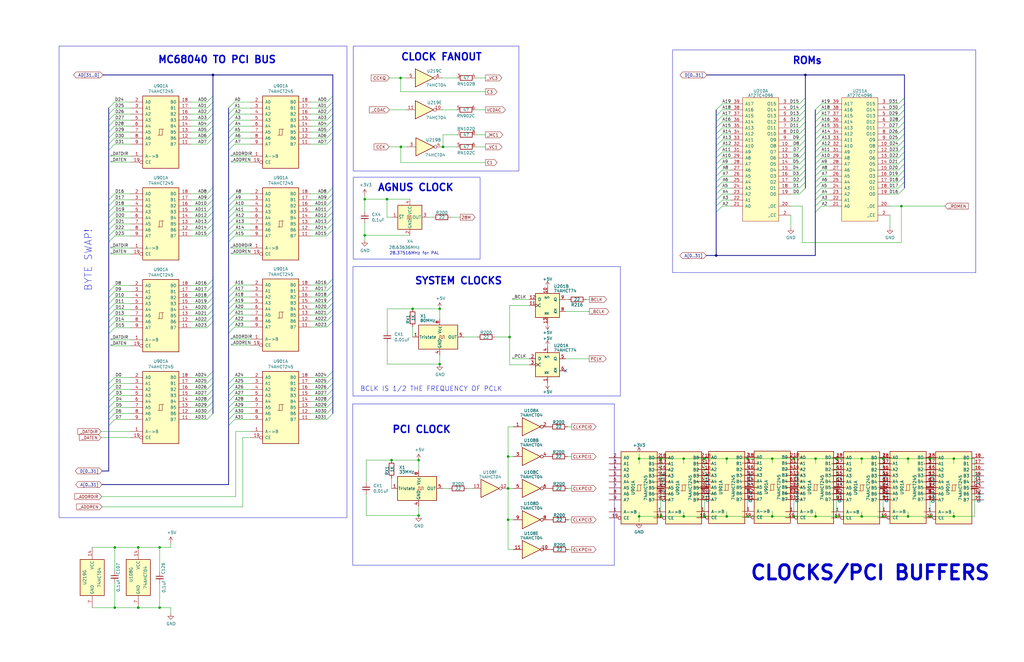
<source format=kicad_sch>
(kicad_sch (version 20230121) (generator eeschema)
  (paper "B")
  (title_block (title "AMIGA PCI") (date "2023-04-23") (rev "0"))
  (junction (at 185.42 130.302))
  (junction (at 176.53 217.551))
  (junction (at 153.797 99.314))
  (junction (at 58.293 231.013))
  (junction (at 352.679 217.932))
  (junction (at 343.916 193.548))
  (junction (at 363.347 217.932))
  (junction (at 302.006 107.823))
  (junction (at 67.31 256.413))
  (junction (at 58.293 256.413))
  (junction (at 402.209 217.932))
  (junction (at 278.638 193.548))
  (junction (at 380.111 86.995))
  (junction (at 306.451 217.932))
  (junction (at 48.387 231.013))
  (junction (at 214.249 206.121))
  (junction (at 185.42 153.67))
  (junction (at 402.209 193.548))
  (junction (at 163.195 84.074))
  (junction (at 288.29 193.548))
  (junction (at 372.364 193.548))
  (junction (at 165.1 194.183))
  (junction (at 306.451 193.548))
  (junction (at 297.053 193.548))
  (junction (at 334.772 217.932))
  (junction (at 343.916 217.932))
  (junction (at 168.91 32.893))
  (junction (at 363.347 193.548))
  (junction (at 278.638 217.932))
  (junction (at 48.387 256.413))
  (junction (at 382.905 193.548))
  (junction (at 169.037 61.976))
  (junction (at 176.53 194.183))
  (junction (at 315.214 193.548))
  (junction (at 153.797 84.074))
  (junction (at 214.249 192.659))
  (junction (at 325.628 217.932))
  (junction (at 352.679 193.548))
  (junction (at 334.772 193.548))
  (junction (at 269.494 193.548))
  (junction (at 392.176 193.548))
  (junction (at 339.598 31.623))
  (junction (at 214.884 142.24))
  (junction (at 173.99 130.302))
  (junction (at 297.053 217.932))
  (junction (at 67.31 231.013))
  (junction (at 392.176 217.932))
  (junction (at 214.249 219.329))
  (junction (at 186.817 61.976))
  (junction (at 382.905 217.932))
  (junction (at 372.364 217.932))
  (junction (at 315.214 217.932))
  (junction (at 269.494 217.932))
  (junction (at 288.29 217.932))
  (junction (at 89.789 31.623))
  (junction (at 325.628 193.548))
  (no_connect (at 238.506 156.464))
  (bus_entry (at 48.387 58.293) (size -2.54 2.54))
  (bus_entry (at 48.387 135.763) (size -2.54 2.54))
  (bus_entry (at 337.058 61.595) (size 2.54 -2.54))
  (bus_entry (at 346.329 81.915) (size -2.54 2.54))
  (bus_entry (at 137.795 58.293) (size 2.54 -2.54))
  (bus_entry (at 378.841 76.835) (size 2.54 -2.54))
  (bus_entry (at 346.329 61.595) (size -2.54 2.54))
  (bus_entry (at 137.795 127.889) (size 2.54 -2.54))
  (bus_entry (at 337.058 64.135) (size 2.54 -2.54))
  (bus_entry (at 48.387 125.603) (size -2.54 2.54))
  (bus_entry (at 137.795 171.958) (size 2.54 -2.54))
  (bus_entry (at 98.933 99.568) (size -2.54 2.54))
  (bus_entry (at 337.058 71.755) (size 2.54 -2.54))
  (bus_entry (at 87.249 91.948) (size 2.54 -2.54))
  (bus_entry (at 87.249 177.038) (size 2.54 -2.54))
  (bus_entry (at 304.546 74.295) (size -2.54 2.54))
  (bus_entry (at 48.387 81.788) (size -2.54 2.54))
  (bus_entry (at 87.249 84.328) (size 2.54 -2.54))
  (bus_entry (at 137.795 55.753) (size 2.54 -2.54))
  (bus_entry (at 346.329 74.295) (size -2.54 2.54))
  (bus_entry (at 98.933 89.408) (size -2.54 2.54))
  (bus_entry (at 98.933 91.948) (size -2.54 2.54))
  (bus_entry (at 48.387 177.038) (size -2.54 2.54))
  (bus_entry (at 304.546 71.755) (size -2.54 2.54))
  (bus_entry (at 304.546 81.915) (size -2.54 2.54))
  (bus_entry (at 137.795 135.509) (size 2.54 -2.54))
  (bus_entry (at 87.249 55.753) (size 2.54 -2.54))
  (bus_entry (at 337.058 48.895) (size 2.54 -2.54))
  (bus_entry (at 98.933 58.293) (size -2.54 2.54))
  (bus_entry (at 346.329 64.135) (size -2.54 2.54))
  (bus_entry (at 87.249 81.788) (size 2.54 -2.54))
  (bus_entry (at 378.841 71.755) (size 2.54 -2.54))
  (bus_entry (at 48.387 99.568) (size -2.54 2.54))
  (bus_entry (at 87.249 43.053) (size 2.54 -2.54))
  (bus_entry (at 98.933 60.833) (size -2.54 2.54))
  (bus_entry (at 87.249 125.603) (size 2.54 -2.54))
  (bus_entry (at 304.546 51.435) (size -2.54 2.54))
  (bus_entry (at 346.329 53.975) (size -2.54 2.54))
  (bus_entry (at 98.933 127.889) (size -2.54 2.54))
  (bus_entry (at 98.933 166.878) (size -2.54 2.54))
  (bus_entry (at 137.795 132.969) (size 2.54 -2.54))
  (bus_entry (at 98.933 174.498) (size -2.54 2.54))
  (bus_entry (at 48.387 133.223) (size -2.54 2.54))
  (bus_entry (at 98.933 159.258) (size -2.54 2.54))
  (bus_entry (at 98.933 169.418) (size -2.54 2.54))
  (bus_entry (at 137.795 177.038) (size 2.54 -2.54))
  (bus_entry (at 337.058 53.975) (size 2.54 -2.54))
  (bus_entry (at 346.329 56.515) (size -2.54 2.54))
  (bus_entry (at 346.329 79.375) (size -2.54 2.54))
  (bus_entry (at 48.387 89.408) (size -2.54 2.54))
  (bus_entry (at 346.329 69.215) (size -2.54 2.54))
  (bus_entry (at 378.841 74.295) (size 2.54 -2.54))
  (bus_entry (at 304.546 59.055) (size -2.54 2.54))
  (bus_entry (at 48.387 123.063) (size -2.54 2.54))
  (bus_entry (at 48.387 138.303) (size -2.54 2.54))
  (bus_entry (at 48.387 45.593) (size -2.54 2.54))
  (bus_entry (at 337.058 51.435) (size 2.54 -2.54))
  (bus_entry (at 87.249 174.498) (size 2.54 -2.54))
  (bus_entry (at 304.546 61.595) (size -2.54 2.54))
  (bus_entry (at 378.841 46.355) (size 2.54 -2.54))
  (bus_entry (at 304.546 79.375) (size -2.54 2.54))
  (bus_entry (at 337.058 74.295) (size 2.54 -2.54))
  (bus_entry (at 137.795 53.213) (size 2.54 -2.54))
  (bus_entry (at 304.546 43.815) (size -2.54 2.54))
  (bus_entry (at 48.387 171.958) (size -2.54 2.54))
  (bus_entry (at 48.387 161.798) (size -2.54 2.54))
  (bus_entry (at 346.329 86.995) (size -2.54 2.54))
  (bus_entry (at 98.933 120.269) (size -2.54 2.54))
  (bus_entry (at 137.795 125.349) (size 2.54 -2.54))
  (bus_entry (at 137.795 138.049) (size 2.54 -2.54))
  (bus_entry (at 137.795 120.269) (size 2.54 -2.54))
  (bus_entry (at 137.795 169.418) (size 2.54 -2.54))
  (bus_entry (at 137.795 81.788) (size 2.54 -2.54))
  (bus_entry (at 304.546 48.895) (size -2.54 2.54))
  (bus_entry (at 137.795 159.258) (size 2.54 -2.54))
  (bus_entry (at 87.249 120.523) (size 2.54 -2.54))
  (bus_entry (at 346.329 46.355) (size -2.54 2.54))
  (bus_entry (at 337.058 46.355) (size 2.54 -2.54))
  (bus_entry (at 337.058 79.375) (size 2.54 -2.54))
  (bus_entry (at 98.933 138.049) (size -2.54 2.54))
  (bus_entry (at 98.933 50.673) (size -2.54 2.54))
  (bus_entry (at 48.387 60.833) (size -2.54 2.54))
  (bus_entry (at 98.933 94.488) (size -2.54 2.54))
  (bus_entry (at 304.546 86.995) (size -2.54 2.54))
  (bus_entry (at 87.249 171.958) (size 2.54 -2.54))
  (bus_entry (at 378.841 79.375) (size 2.54 -2.54))
  (bus_entry (at 98.933 53.213) (size -2.54 2.54))
  (bus_entry (at 48.387 159.258) (size -2.54 2.54))
  (bus_entry (at 304.546 64.135) (size -2.54 2.54))
  (bus_entry (at 378.841 53.975) (size 2.54 -2.54))
  (bus_entry (at 87.249 123.063) (size 2.54 -2.54))
  (bus_entry (at 87.249 169.418) (size 2.54 -2.54))
  (bus_entry (at 304.546 76.835) (size -2.54 2.54))
  (bus_entry (at 98.933 45.593) (size -2.54 2.54))
  (bus_entry (at 378.841 56.515) (size 2.54 -2.54))
  (bus_entry (at 98.933 132.969) (size -2.54 2.54))
  (bus_entry (at 346.329 59.055) (size -2.54 2.54))
  (bus_entry (at 98.933 130.429) (size -2.54 2.54))
  (bus_entry (at 48.387 94.488) (size -2.54 2.54))
  (bus_entry (at 48.387 86.868) (size -2.54 2.54))
  (bus_entry (at 346.329 84.455) (size -2.54 2.54))
  (bus_entry (at 98.933 84.328) (size -2.54 2.54))
  (bus_entry (at 337.058 43.815) (size 2.54 -2.54))
  (bus_entry (at 48.387 84.328) (size -2.54 2.54))
  (bus_entry (at 87.249 138.303) (size 2.54 -2.54))
  (bus_entry (at 87.249 159.258) (size 2.54 -2.54))
  (bus_entry (at 137.795 130.429) (size 2.54 -2.54))
  (bus_entry (at 98.933 122.809) (size -2.54 2.54))
  (bus_entry (at 137.795 89.408) (size 2.54 -2.54))
  (bus_entry (at 137.795 48.133) (size 2.54 -2.54))
  (bus_entry (at 337.058 59.055) (size 2.54 -2.54))
  (bus_entry (at 137.795 45.593) (size 2.54 -2.54))
  (bus_entry (at 137.795 84.328) (size 2.54 -2.54))
  (bus_entry (at 137.795 99.568) (size 2.54 -2.54))
  (bus_entry (at 137.795 91.948) (size 2.54 -2.54))
  (bus_entry (at 98.933 125.349) (size -2.54 2.54))
  (bus_entry (at 98.933 177.038) (size -2.54 2.54))
  (bus_entry (at 98.933 81.788) (size -2.54 2.54))
  (bus_entry (at 378.841 81.915) (size 2.54 -2.54))
  (bus_entry (at 346.329 48.895) (size -2.54 2.54))
  (bus_entry (at 137.795 97.028) (size 2.54 -2.54))
  (bus_entry (at 87.249 50.673) (size 2.54 -2.54))
  (bus_entry (at 378.841 64.135) (size 2.54 -2.54))
  (bus_entry (at 98.933 171.958) (size -2.54 2.54))
  (bus_entry (at 48.387 174.498) (size -2.54 2.54))
  (bus_entry (at 48.387 91.948) (size -2.54 2.54))
  (bus_entry (at 87.249 128.143) (size 2.54 -2.54))
  (bus_entry (at 378.841 51.435) (size 2.54 -2.54))
  (bus_entry (at 87.249 135.763) (size 2.54 -2.54))
  (bus_entry (at 346.329 43.815) (size -2.54 2.54))
  (bus_entry (at 87.249 53.213) (size 2.54 -2.54))
  (bus_entry (at 87.249 45.593) (size 2.54 -2.54))
  (bus_entry (at 87.249 130.683) (size 2.54 -2.54))
  (bus_entry (at 137.795 43.053) (size 2.54 -2.54))
  (bus_entry (at 304.546 56.515) (size -2.54 2.54))
  (bus_entry (at 48.387 53.213) (size -2.54 2.54))
  (bus_entry (at 87.249 58.293) (size 2.54 -2.54))
  (bus_entry (at 304.546 69.215) (size -2.54 2.54))
  (bus_entry (at 137.795 60.833) (size 2.54 -2.54))
  (bus_entry (at 98.933 164.338) (size -2.54 2.54))
  (bus_entry (at 337.058 56.515) (size 2.54 -2.54))
  (bus_entry (at 304.546 46.355) (size -2.54 2.54))
  (bus_entry (at 346.329 71.755) (size -2.54 2.54))
  (bus_entry (at 48.387 55.753) (size -2.54 2.54))
  (bus_entry (at 304.546 53.975) (size -2.54 2.54))
  (bus_entry (at 87.249 86.868) (size 2.54 -2.54))
  (bus_entry (at 87.249 97.028) (size 2.54 -2.54))
  (bus_entry (at 137.795 166.878) (size 2.54 -2.54))
  (bus_entry (at 48.387 43.053) (size -2.54 2.54))
  (bus_entry (at 87.249 60.833) (size 2.54 -2.54))
  (bus_entry (at 137.795 161.798) (size 2.54 -2.54))
  (bus_entry (at 48.387 48.133) (size -2.54 2.54))
  (bus_entry (at 98.933 97.028) (size -2.54 2.54))
  (bus_entry (at 87.249 99.568) (size 2.54 -2.54))
  (bus_entry (at 87.249 164.338) (size 2.54 -2.54))
  (bus_entry (at 87.249 166.878) (size 2.54 -2.54))
  (bus_entry (at 98.933 55.753) (size -2.54 2.54))
  (bus_entry (at 137.795 122.809) (size 2.54 -2.54))
  (bus_entry (at 87.249 89.408) (size 2.54 -2.54))
  (bus_entry (at 378.841 61.595) (size 2.54 -2.54))
  (bus_entry (at 87.249 48.133) (size 2.54 -2.54))
  (bus_entry (at 304.546 84.455) (size -2.54 2.54))
  (bus_entry (at 98.933 161.798) (size -2.54 2.54))
  (bus_entry (at 48.387 169.418) (size -2.54 2.54))
  (bus_entry (at 378.841 66.675) (size 2.54 -2.54))
  (bus_entry (at 98.933 86.868) (size -2.54 2.54))
  (bus_entry (at 378.841 59.055) (size 2.54 -2.54))
  (bus_entry (at 137.795 86.868) (size 2.54 -2.54))
  (bus_entry (at 346.329 51.435) (size -2.54 2.54))
  (bus_entry (at 346.329 76.835) (size -2.54 2.54))
  (bus_entry (at 378.841 48.895) (size 2.54 -2.54))
  (bus_entry (at 87.249 133.223) (size 2.54 -2.54))
  (bus_entry (at 337.058 66.675) (size 2.54 -2.54))
  (bus_entry (at 48.387 164.338) (size -2.54 2.54))
  (bus_entry (at 87.249 161.798) (size 2.54 -2.54))
  (bus_entry (at 48.387 166.878) (size -2.54 2.54))
  (bus_entry (at 137.795 164.338) (size 2.54 -2.54))
  (bus_entry (at 48.387 97.028) (size -2.54 2.54))
  (bus_entry (at 48.387 120.523) (size -2.54 2.54))
  (bus_entry (at 98.933 135.509) (size -2.54 2.54))
  (bus_entry (at 98.933 43.053) (size -2.54 2.54))
  (bus_entry (at 346.329 66.675) (size -2.54 2.54))
  (bus_entry (at 87.249 94.488) (size 2.54 -2.54))
  (bus_entry (at 137.795 174.498) (size 2.54 -2.54))
  (bus_entry (at 137.795 94.488) (size 2.54 -2.54))
  (bus_entry (at 48.387 128.143) (size -2.54 2.54))
  (bus_entry (at 378.841 69.215) (size 2.54 -2.54))
  (bus_entry (at 48.387 130.683) (size -2.54 2.54))
  (bus_entry (at 137.795 50.673) (size 2.54 -2.54))
  (bus_entry (at 48.387 50.673) (size -2.54 2.54))
  (bus_entry (at 98.933 48.133) (size -2.54 2.54))
  (bus_entry (at 304.546 66.675) (size -2.54 2.54))
  (bus_entry (at 337.058 69.215) (size 2.54 -2.54))
  (bus_entry (at 378.841 43.815) (size 2.54 -2.54))
  (bus_entry (at 337.058 81.915) (size 2.54 -2.54))
  (bus_entry (at 337.058 76.835) (size 2.54 -2.54))
  (bus (pts (xy 89.789 125.603) (xy 89.789 128.143)))
  (wire (pts (xy 131.064 81.788) (xy 137.795 81.788)))
  (bus (pts (xy 302.006 59.055) (xy 302.006 61.595)))
  (bus (pts (xy 339.598 31.623) (xy 381.381 31.623)))
  (wire (pts (xy 48.387 240.919) (xy 48.387 231.013)))
  (bus (pts (xy 96.393 50.673) (xy 96.393 53.213)))
  (wire (pts (xy 402.209 193.548) (xy 410.972 193.548)))
  (bus (pts (xy 45.847 179.578) (xy 45.847 198.755)))
  (bus (pts (xy 89.789 135.763) (xy 89.789 156.718)))
  (wire (pts (xy 190.119 91.694) (xy 194.056 91.694)))
  (bus (pts (xy 45.847 58.293) (xy 45.847 60.833)))
  (wire (pts (xy 48.387 256.413) (xy 58.293 256.413)))
  (wire (pts (xy 239.395 180.086) (xy 241.046 180.086)))
  (bus (pts (xy 89.789 81.788) (xy 89.789 84.328)))
  (wire (pts (xy 186.817 61.976) (xy 192.786 61.976)))
  (bus (pts (xy 89.789 159.258) (xy 89.789 161.798)))
  (wire (pts (xy 154.432 194.183) (xy 165.1 194.183)))
  (bus (pts (xy 302.006 51.435) (xy 302.006 53.975)))
  (bus (pts (xy 343.789 64.135) (xy 343.789 66.675)))
  (wire (pts (xy 372.364 208.28) (xy 372.364 217.932)))
  (wire (pts (xy 80.518 45.593) (xy 87.249 45.593)))
  (bus (pts (xy 297.815 107.823) (xy 302.006 107.823)))
  (wire (pts (xy 131.064 164.338) (xy 137.795 164.338)))
  (wire (pts (xy 80.518 84.328) (xy 87.249 84.328)))
  (wire (pts (xy 169.037 68.58) (xy 204.724 68.58)))
  (bus (pts (xy 45.847 130.683) (xy 45.847 133.223)))
  (wire (pts (xy 349.885 86.995) (xy 346.329 86.995)))
  (wire (pts (xy 375.285 56.515) (xy 378.841 56.515)))
  (bus (pts (xy 89.789 128.143) (xy 89.789 130.683)))
  (bus (pts (xy 45.847 125.603) (xy 45.847 128.143)))
  (wire (pts (xy 349.885 64.135) (xy 346.329 64.135)))
  (bus (pts (xy 96.393 122.809) (xy 96.393 125.349)))
  (bus (pts (xy 339.598 53.975) (xy 339.598 56.515)))
  (wire (pts (xy 214.884 128.905) (xy 223.266 128.905)))
  (wire (pts (xy 214.884 142.24) (xy 214.884 128.905)))
  (wire (pts (xy 216.408 231.902) (xy 214.249 231.902)))
  (wire (pts (xy 269.494 191.389) (xy 269.494 193.548)))
  (bus (pts (xy 96.393 89.408) (xy 96.393 91.948)))
  (wire (pts (xy 105.664 138.049) (xy 98.933 138.049)))
  (wire (pts (xy 105.664 159.258) (xy 98.933 159.258)))
  (wire (pts (xy 200.279 46.355) (xy 204.724 46.355)))
  (wire (pts (xy 163.195 84.074) (xy 172.847 84.074)))
  (bus (pts (xy 302.006 107.823) (xy 343.789 107.823)))
  (bus (pts (xy 381.381 53.975) (xy 381.381 56.515)))
  (wire (pts (xy 308.102 51.435) (xy 304.546 51.435)))
  (wire (pts (xy 55.118 60.833) (xy 48.387 60.833)))
  (bus (pts (xy 140.335 97.028) (xy 140.335 117.729)))
  (wire (pts (xy 375.285 53.975) (xy 378.841 53.975)))
  (bus (pts (xy 140.335 132.969) (xy 140.335 135.509)))
  (wire (pts (xy 131.064 159.258) (xy 137.795 159.258)))
  (wire (pts (xy 38.862 231.013) (xy 48.387 231.013)))
  (bus (pts (xy 89.789 50.673) (xy 89.789 53.213)))
  (wire (pts (xy 288.29 217.932) (xy 297.053 217.932)))
  (bus (pts (xy 96.393 125.349) (xy 96.393 127.889)))
  (wire (pts (xy 105.664 177.038) (xy 98.933 177.038)))
  (bus (pts (xy 302.006 89.535) (xy 302.006 107.823)))
  (wire (pts (xy 163.322 144.78) (xy 163.322 153.67)))
  (wire (pts (xy 278.638 193.548) (xy 269.494 193.548)))
  (wire (pts (xy 239.776 231.902) (xy 241.046 231.902)))
  (wire (pts (xy 315.214 193.548) (xy 325.628 193.548)))
  (wire (pts (xy 105.664 45.593) (xy 98.933 45.593)))
  (wire (pts (xy 80.518 164.338) (xy 87.249 164.338)))
  (wire (pts (xy 216.408 180.086) (xy 214.249 180.086)))
  (wire (pts (xy 297.053 217.932) (xy 306.451 217.932)))
  (bus (pts (xy 302.006 69.215) (xy 302.006 71.755)))
  (wire (pts (xy 105.664 130.429) (xy 98.933 130.429)))
  (wire (pts (xy 333.502 61.595) (xy 337.058 61.595)))
  (bus (pts (xy 45.847 48.133) (xy 45.847 50.673)))
  (wire (pts (xy 306.451 193.548) (xy 306.451 195.58)))
  (wire (pts (xy 333.502 76.835) (xy 337.058 76.835)))
  (wire (pts (xy 163.195 91.694) (xy 165.227 91.694)))
  (bus (pts (xy 302.006 81.915) (xy 302.006 84.455)))
  (wire (pts (xy 105.664 143.129) (xy 97.155 143.129)))
  (wire (pts (xy 173.99 130.302) (xy 185.42 130.302)))
  (wire (pts (xy 315.214 217.932) (xy 325.628 217.932)))
  (bus (pts (xy 140.335 58.293) (xy 140.335 79.248)))
  (bus (pts (xy 343.789 48.895) (xy 343.789 51.435)))
  (wire (pts (xy 67.31 231.013) (xy 72.009 231.013)))
  (bus (pts (xy 381.381 66.675) (xy 381.381 69.215)))
  (bus (pts (xy 96.393 48.133) (xy 96.393 50.673)))
  (wire (pts (xy 349.885 46.355) (xy 346.329 46.355)))
  (bus (pts (xy 381.381 76.835) (xy 381.381 79.375)))
  (wire (pts (xy 231.648 231.902) (xy 232.156 231.902)))
  (wire (pts (xy 375.285 51.435) (xy 378.841 51.435)))
  (bus (pts (xy 381.381 64.135) (xy 381.381 66.675)))
  (bus (pts (xy 96.393 99.568) (xy 96.393 102.108)))
  (wire (pts (xy 223.266 153.924) (xy 214.884 153.924)))
  (wire (pts (xy 402.209 216.027) (xy 402.209 217.932)))
  (bus (pts (xy 381.381 71.755) (xy 381.381 74.295)))
  (wire (pts (xy 131.064 55.753) (xy 137.795 55.753)))
  (wire (pts (xy 131.064 50.673) (xy 137.795 50.673)))
  (wire (pts (xy 105.664 164.338) (xy 98.933 164.338)))
  (wire (pts (xy 372.364 217.932) (xy 382.905 217.932)))
  (wire (pts (xy 231.648 180.086) (xy 231.775 180.086)))
  (wire (pts (xy 200.406 56.896) (xy 204.724 56.896)))
  (wire (pts (xy 80.518 99.568) (xy 87.249 99.568)))
  (wire (pts (xy 105.664 135.509) (xy 98.933 135.509)))
  (bus (pts (xy 96.393 177.038) (xy 96.393 179.578)))
  (wire (pts (xy 163.322 130.302) (xy 173.99 130.302)))
  (wire (pts (xy 333.502 48.895) (xy 337.058 48.895)))
  (wire (pts (xy 375.285 66.675) (xy 378.841 66.675)))
  (bus (pts (xy 45.847 171.958) (xy 45.847 174.498)))
  (bus (pts (xy 45.847 53.213) (xy 45.847 55.753)))
  (wire (pts (xy 131.064 138.049) (xy 137.795 138.049)))
  (bus (pts (xy 89.789 91.948) (xy 89.789 94.488)))
  (wire (pts (xy 131.064 48.133) (xy 137.795 48.133)))
  (wire (pts (xy 333.502 64.135) (xy 337.058 64.135)))
  (wire (pts (xy 297.053 208.28) (xy 297.053 217.932)))
  (wire (pts (xy 375.285 71.755) (xy 378.841 71.755)))
  (wire (pts (xy 231.648 206.121) (xy 231.902 206.121)))
  (wire (pts (xy 55.118 133.223) (xy 48.387 133.223)))
  (wire (pts (xy 168.91 32.893) (xy 171.323 32.893)))
  (bus (pts (xy 140.335 53.213) (xy 140.335 55.753)))
  (wire (pts (xy 169.037 61.976) (xy 169.037 68.58)))
  (wire (pts (xy 349.885 59.055) (xy 346.329 59.055)))
  (wire (pts (xy 131.064 174.498) (xy 137.795 174.498)))
  (bus (pts (xy 45.847 91.948) (xy 45.847 94.488)))
  (wire (pts (xy 325.628 215.773) (xy 325.628 217.932)))
  (bus (pts (xy 140.335 156.718) (xy 140.335 159.258)))
  (wire (pts (xy 186.69 206.121) (xy 189.357 206.121)))
  (wire (pts (xy 333.502 71.755) (xy 337.058 71.755)))
  (wire (pts (xy 165.1 206.121) (xy 165.1 201.803)))
  (wire (pts (xy 55.118 166.878) (xy 48.387 166.878)))
  (wire (pts (xy 55.118 164.338) (xy 48.387 164.338)))
  (wire (pts (xy 325.628 193.548) (xy 334.772 193.548)))
  (bus (pts (xy 45.847 97.028) (xy 45.847 99.568)))
  (wire (pts (xy 231.648 219.329) (xy 232.029 219.329)))
  (wire (pts (xy 215.9 151.384) (xy 223.266 151.384)))
  (bus (pts (xy 89.789 123.063) (xy 89.789 125.603)))
  (wire (pts (xy 334.772 217.932) (xy 343.916 217.932)))
  (wire (pts (xy 80.518 91.948) (xy 87.249 91.948)))
  (bus (pts (xy 96.393 53.213) (xy 96.393 55.753)))
  (wire (pts (xy 349.885 56.515) (xy 346.329 56.515)))
  (bus (pts (xy 96.393 55.753) (xy 96.393 58.293)))
  (bus (pts (xy 96.393 97.028) (xy 96.393 99.568)))
  (wire (pts (xy 164.211 46.355) (xy 171.323 46.355)))
  (wire (pts (xy 380.111 102.362) (xy 380.111 86.995)))
  (wire (pts (xy 402.209 217.932) (xy 410.972 217.932)))
  (wire (pts (xy 80.518 120.523) (xy 87.249 120.523)))
  (bus (pts (xy 96.393 179.578) (xy 96.393 204.47)))
  (bus (pts (xy 89.789 116.967) (xy 89.789 117.983)))
  (bus (pts (xy 89.789 84.328) (xy 89.789 86.868)))
  (bus (pts (xy 140.335 45.593) (xy 140.335 48.133)))
  (bus (pts (xy 381.381 61.595) (xy 381.381 64.135)))
  (bus (pts (xy 89.789 40.513) (xy 89.789 43.053)))
  (bus (pts (xy 89.789 130.683) (xy 89.789 133.223)))
  (bus (pts (xy 89.789 171.958) (xy 89.789 174.498)))
  (wire (pts (xy 105.664 97.028) (xy 98.933 97.028)))
  (wire (pts (xy 333.502 59.055) (xy 337.058 59.055)))
  (wire (pts (xy 382.905 215.9) (xy 382.905 217.932)))
  (bus (pts (xy 343.789 59.055) (xy 343.789 61.595)))
  (bus (pts (xy 302.006 48.895) (xy 302.006 51.435)))
  (bus (pts (xy 140.335 164.338) (xy 140.335 166.878)))
  (wire (pts (xy 392.176 193.548) (xy 402.209 193.548)))
  (wire (pts (xy 55.118 130.683) (xy 48.387 130.683)))
  (wire (pts (xy 131.064 58.293) (xy 137.795 58.293)))
  (wire (pts (xy 80.518 48.133) (xy 87.249 48.133)))
  (wire (pts (xy 153.797 99.314) (xy 153.797 94.234)))
  (wire (pts (xy 42.672 182.118) (xy 55.118 182.118)))
  (wire (pts (xy 105.664 182.118) (xy 99.441 182.118)))
  (bus (pts (xy 140.335 122.809) (xy 140.335 125.349)))
  (bus (pts (xy 381.381 46.355) (xy 381.381 48.895)))
  (wire (pts (xy 105.664 169.418) (xy 98.933 169.418)))
  (wire (pts (xy 164.211 32.893) (xy 168.91 32.893)))
  (wire (pts (xy 105.664 89.408) (xy 98.933 89.408)))
  (wire (pts (xy 80.518 135.763) (xy 87.249 135.763)))
  (wire (pts (xy 43.053 213.868) (xy 102.362 213.868)))
  (wire (pts (xy 231.648 192.659) (xy 231.775 192.659)))
  (wire (pts (xy 105.664 81.788) (xy 98.933 81.788)))
  (bus (pts (xy 96.393 91.948) (xy 96.393 94.488)))
  (wire (pts (xy 200.406 32.893) (xy 204.724 32.893)))
  (wire (pts (xy 131.064 120.269) (xy 137.795 120.269)))
  (wire (pts (xy 55.118 53.213) (xy 48.387 53.213)))
  (bus (pts (xy 89.789 166.878) (xy 89.789 169.418)))
  (wire (pts (xy 308.102 86.995) (xy 304.546 86.995)))
  (bus (pts (xy 45.847 161.798) (xy 45.847 164.338)))
  (bus (pts (xy 343.789 74.295) (xy 343.789 76.835)))
  (wire (pts (xy 306.451 193.548) (xy 315.214 193.548)))
  (bus (pts (xy 45.847 84.328) (xy 45.847 86.868)))
  (wire (pts (xy 105.664 184.658) (xy 102.362 184.658)))
  (wire (pts (xy 42.926 209.55) (xy 99.441 209.55)))
  (wire (pts (xy 239.649 219.329) (xy 241.046 219.329)))
  (bus (pts (xy 96.393 102.108) (xy 96.393 122.809)))
  (bus (pts (xy 140.335 117.729) (xy 140.335 120.269)))
  (wire (pts (xy 80.518 53.213) (xy 87.249 53.213)))
  (bus (pts (xy 140.335 120.269) (xy 140.335 122.809)))
  (wire (pts (xy 288.29 193.548) (xy 297.053 193.548)))
  (wire (pts (xy 334.772 208.28) (xy 334.772 217.932)))
  (wire (pts (xy 349.885 61.595) (xy 346.329 61.595)))
  (wire (pts (xy 105.664 58.293) (xy 98.933 58.293)))
  (wire (pts (xy 105.664 86.868) (xy 98.933 86.868)))
  (bus (pts (xy 96.393 166.878) (xy 96.393 169.418)))
  (wire (pts (xy 325.628 193.548) (xy 325.628 195.453)))
  (wire (pts (xy 67.31 246.253) (xy 67.31 256.413)))
  (bus (pts (xy 45.847 166.878) (xy 45.847 169.418)))
  (wire (pts (xy 105.664 55.753) (xy 98.933 55.753)))
  (wire (pts (xy 80.518 125.603) (xy 87.249 125.603)))
  (bus (pts (xy 45.847 86.868) (xy 45.847 89.408)))
  (bus (pts (xy 89.789 31.623) (xy 140.335 31.623)))
  (wire (pts (xy 55.118 120.523) (xy 48.387 120.523)))
  (bus (pts (xy 298.069 31.623) (xy 339.598 31.623)))
  (wire (pts (xy 372.364 203.2) (xy 372.364 193.548)))
  (wire (pts (xy 334.772 203.2) (xy 334.772 193.548)))
  (bus (pts (xy 45.847 94.488) (xy 45.847 97.028)))
  (bus (pts (xy 89.789 94.488) (xy 89.789 97.028)))
  (wire (pts (xy 333.502 81.915) (xy 337.058 81.915)))
  (bus (pts (xy 89.789 133.223) (xy 89.789 135.763)))
  (wire (pts (xy 375.285 43.815) (xy 378.841 43.815)))
  (wire (pts (xy 375.285 86.995) (xy 380.111 86.995)))
  (wire (pts (xy 410.972 203.2) (xy 410.972 193.548)))
  (wire (pts (xy 72.009 256.413) (xy 72.009 258.826)))
  (wire (pts (xy 333.502 46.355) (xy 337.058 46.355)))
  (wire (pts (xy 48.387 245.999) (xy 48.387 256.413)))
  (wire (pts (xy 55.118 161.798) (xy 48.387 161.798)))
  (wire (pts (xy 382.905 193.548) (xy 382.905 195.58)))
  (wire (pts (xy 55.118 97.028) (xy 48.387 97.028)))
  (wire (pts (xy 131.064 166.878) (xy 137.795 166.878)))
  (bus (pts (xy 140.335 84.328) (xy 140.335 86.868)))
  (wire (pts (xy 131.064 122.809) (xy 137.795 122.809)))
  (bus (pts (xy 140.335 86.868) (xy 140.335 89.408)))
  (wire (pts (xy 131.064 91.948) (xy 137.795 91.948)))
  (wire (pts (xy 131.064 60.833) (xy 137.795 60.833)))
  (bus (pts (xy 43.053 204.47) (xy 96.393 204.47)))
  (wire (pts (xy 375.285 76.835) (xy 378.841 76.835)))
  (wire (pts (xy 80.518 123.063) (xy 87.249 123.063)))
  (bus (pts (xy 96.393 45.593) (xy 96.393 48.133)))
  (wire (pts (xy 105.664 127.889) (xy 98.933 127.889)))
  (wire (pts (xy 333.502 43.815) (xy 337.058 43.815)))
  (bus (pts (xy 339.598 61.595) (xy 339.598 64.135)))
  (wire (pts (xy 349.885 74.295) (xy 346.329 74.295)))
  (wire (pts (xy 214.249 231.902) (xy 214.249 219.329)))
  (bus (pts (xy 89.789 156.718) (xy 89.789 159.258)))
  (bus (pts (xy 89.789 79.248) (xy 89.789 81.788)))
  (wire (pts (xy 333.502 79.375) (xy 337.058 79.375)))
  (wire (pts (xy 214.249 219.329) (xy 214.249 206.121)))
  (wire (pts (xy 349.885 66.675) (xy 346.329 66.675)))
  (wire (pts (xy 55.118 171.958) (xy 48.387 171.958)))
  (wire (pts (xy 375.285 48.895) (xy 378.841 48.895)))
  (wire (pts (xy 131.064 89.408) (xy 137.795 89.408)))
  (bus (pts (xy 96.393 132.969) (xy 96.393 135.509)))
  (wire (pts (xy 315.214 208.28) (xy 315.214 217.932)))
  (wire (pts (xy 410.972 208.28) (xy 410.972 217.932)))
  (wire (pts (xy 55.118 84.328) (xy 48.387 84.328)))
  (wire (pts (xy 131.064 94.488) (xy 137.795 94.488)))
  (wire (pts (xy 105.664 171.958) (xy 98.933 171.958)))
  (wire (pts (xy 349.885 51.435) (xy 346.329 51.435)))
  (wire (pts (xy 186.563 32.893) (xy 192.786 32.893)))
  (wire (pts (xy 343.916 193.548) (xy 352.679 193.548)))
  (wire (pts (xy 308.102 66.675) (xy 304.546 66.675)))
  (wire (pts (xy 196.977 206.121) (xy 199.009 206.121)))
  (bus (pts (xy 339.598 48.895) (xy 339.598 51.435)))
  (wire (pts (xy 308.102 59.055) (xy 304.546 59.055)))
  (bus (pts (xy 89.789 43.053) (xy 89.789 45.593)))
  (bus (pts (xy 140.335 161.798) (xy 140.335 164.338)))
  (bus (pts (xy 45.847 177.038) (xy 45.847 179.578)))
  (wire (pts (xy 80.518 128.143) (xy 87.249 128.143)))
  (bus (pts (xy 302.006 76.835) (xy 302.006 79.375)))
  (bus (pts (xy 140.335 50.673) (xy 140.335 53.213)))
  (wire (pts (xy 297.053 203.2) (xy 297.053 193.548)))
  (bus (pts (xy 381.381 51.435) (xy 381.381 53.975)))
  (wire (pts (xy 55.118 43.053) (xy 48.387 43.053)))
  (bus (pts (xy 302.006 53.975) (xy 302.006 56.515)))
  (wire (pts (xy 363.347 193.548) (xy 363.347 195.707)))
  (wire (pts (xy 278.638 203.2) (xy 278.638 193.548)))
  (wire (pts (xy 131.064 43.053) (xy 137.795 43.053)))
  (bus (pts (xy 45.847 102.108) (xy 45.847 123.063)))
  (wire (pts (xy 186.817 61.976) (xy 186.817 56.896)))
  (wire (pts (xy 80.518 81.788) (xy 87.249 81.788)))
  (bus (pts (xy 302.006 46.355) (xy 302.006 48.895)))
  (wire (pts (xy 180.467 91.694) (xy 182.499 91.694)))
  (wire (pts (xy 80.518 43.053) (xy 87.249 43.053)))
  (wire (pts (xy 46.482 143.383) (xy 55.118 143.383)))
  (wire (pts (xy 375.285 90.805) (xy 375.285 96.139)))
  (wire (pts (xy 163.322 153.67) (xy 185.42 153.67)))
  (bus (pts (xy 45.847 45.593) (xy 45.847 48.133)))
  (bus (pts (xy 45.847 63.373) (xy 45.847 84.328)))
  (wire (pts (xy 80.518 55.753) (xy 87.249 55.753)))
  (bus (pts (xy 140.335 40.513) (xy 140.335 43.053)))
  (wire (pts (xy 333.502 56.515) (xy 337.058 56.515)))
  (bus (pts (xy 89.789 117.983) (xy 89.789 120.523)))
  (wire (pts (xy 80.518 86.868) (xy 87.249 86.868)))
  (wire (pts (xy 392.176 208.407) (xy 392.176 217.932)))
  (wire (pts (xy 80.518 166.878) (xy 87.249 166.878)))
  (wire (pts (xy 99.441 182.118) (xy 99.441 209.55)))
  (wire (pts (xy 80.518 94.488) (xy 87.249 94.488)))
  (wire (pts (xy 55.118 138.303) (xy 48.387 138.303)))
  (wire (pts (xy 80.518 159.258) (xy 87.249 159.258)))
  (bus (pts (xy 96.393 164.338) (xy 96.393 166.878)))
  (wire (pts (xy 308.102 56.515) (xy 304.546 56.515)))
  (wire (pts (xy 105.664 122.809) (xy 98.933 122.809)))
  (wire (pts (xy 105.664 48.133) (xy 98.933 48.133)))
  (bus (pts (xy 343.789 51.435) (xy 343.789 53.975)))
  (wire (pts (xy 154.432 203.581) (xy 154.432 194.183)))
  (wire (pts (xy 131.064 86.868) (xy 137.795 86.868)))
  (wire (pts (xy 131.064 127.889) (xy 137.795 127.889)))
  (wire (pts (xy 363.347 216.027) (xy 363.347 217.932)))
  (bus (pts (xy 140.335 169.418) (xy 140.335 171.958)))
  (bus (pts (xy 89.789 45.593) (xy 89.789 48.133)))
  (bus (pts (xy 45.847 99.568) (xy 45.847 102.108)))
  (wire (pts (xy 333.502 66.675) (xy 337.058 66.675)))
  (wire (pts (xy 392.176 203.327) (xy 392.176 193.548)))
  (wire (pts (xy 238.506 131.445) (xy 248.539 131.445)))
  (bus (pts (xy 140.335 43.053) (xy 140.335 45.593)))
  (bus (pts (xy 140.335 94.488) (xy 140.335 97.028)))
  (wire (pts (xy 278.638 208.28) (xy 278.638 217.932)))
  (bus (pts (xy 339.598 46.355) (xy 339.598 48.895)))
  (wire (pts (xy 349.885 53.975) (xy 346.329 53.975)))
  (bus (pts (xy 96.393 63.373) (xy 96.393 84.328)))
  (wire (pts (xy 55.118 159.258) (xy 48.387 159.258)))
  (wire (pts (xy 105.664 166.878) (xy 98.933 166.878)))
  (bus (pts (xy 96.393 140.589) (xy 96.393 161.798)))
  (bus (pts (xy 45.847 140.843) (xy 45.847 161.798)))
  (bus (pts (xy 96.393 84.328) (xy 96.393 86.868)))
  (bus (pts (xy 140.335 31.623) (xy 140.335 40.513)))
  (wire (pts (xy 105.664 132.969) (xy 98.933 132.969)))
  (wire (pts (xy 308.102 84.455) (xy 304.546 84.455)))
  (wire (pts (xy 186.817 56.896) (xy 192.786 56.896)))
  (wire (pts (xy 131.064 132.969) (xy 137.795 132.969)))
  (bus (pts (xy 343.789 89.535) (xy 343.789 107.823)))
  (wire (pts (xy 173.99 142.24) (xy 173.99 137.922)))
  (wire (pts (xy 195.58 142.24) (xy 201.168 142.24)))
  (bus (pts (xy 96.393 94.488) (xy 96.393 97.028)))
  (bus (pts (xy 381.381 69.215) (xy 381.381 71.755)))
  (wire (pts (xy 349.885 84.455) (xy 346.329 84.455)))
  (bus (pts (xy 343.789 66.675) (xy 343.789 69.215)))
  (wire (pts (xy 46.482 145.923) (xy 55.118 145.923)))
  (wire (pts (xy 308.102 69.215) (xy 304.546 69.215)))
  (wire (pts (xy 333.502 53.975) (xy 337.058 53.975)))
  (wire (pts (xy 269.494 216.027) (xy 269.494 217.932)))
  (bus (pts (xy 96.393 86.868) (xy 96.393 89.408)))
  (wire (pts (xy 375.285 74.295) (xy 378.841 74.295)))
  (wire (pts (xy 352.679 193.548) (xy 363.347 193.548)))
  (wire (pts (xy 176.53 213.741) (xy 176.53 217.551)))
  (bus (pts (xy 89.789 169.418) (xy 89.789 171.958)))
  (bus (pts (xy 140.335 171.958) (xy 140.335 174.498)))
  (wire (pts (xy 375.285 81.915) (xy 378.841 81.915)))
  (wire (pts (xy 55.118 177.038) (xy 48.387 177.038)))
  (bus (pts (xy 302.006 56.515) (xy 302.006 59.055)))
  (wire (pts (xy 55.118 125.603) (xy 48.387 125.603)))
  (wire (pts (xy 42.672 184.658) (xy 55.118 184.658)))
  (bus (pts (xy 140.335 91.948) (xy 140.335 94.488)))
  (wire (pts (xy 215.9 126.365) (xy 223.266 126.365)))
  (bus (pts (xy 89.789 120.523) (xy 89.789 123.063)))
  (bus (pts (xy 45.847 174.498) (xy 45.847 177.038)))
  (wire (pts (xy 185.42 149.86) (xy 185.42 153.67)))
  (bus (pts (xy 302.006 64.135) (xy 302.006 66.675)))
  (bus (pts (xy 302.006 66.675) (xy 302.006 69.215)))
  (bus (pts (xy 339.598 71.755) (xy 339.598 74.295)))
  (bus (pts (xy 339.598 51.435) (xy 339.598 53.975)))
  (wire (pts (xy 349.885 48.895) (xy 346.329 48.895)))
  (bus (pts (xy 140.335 166.878) (xy 140.335 169.418)))
  (wire (pts (xy 153.797 82.423) (xy 153.797 84.074)))
  (bus (pts (xy 302.006 84.455) (xy 302.006 86.995)))
  (wire (pts (xy 278.638 193.548) (xy 288.29 193.548)))
  (bus (pts (xy 302.006 79.375) (xy 302.006 81.915)))
  (bus (pts (xy 302.006 86.995) (xy 302.006 89.535)))
  (bus (pts (xy 339.598 56.515) (xy 339.598 59.055)))
  (bus (pts (xy 96.393 174.498) (xy 96.393 177.038)))
  (wire (pts (xy 105.664 50.673) (xy 98.933 50.673)))
  (wire (pts (xy 105.664 120.269) (xy 98.933 120.269)))
  (wire (pts (xy 80.518 174.498) (xy 87.249 174.498)))
  (wire (pts (xy 105.664 60.833) (xy 98.933 60.833)))
  (wire (pts (xy 349.885 81.915) (xy 346.329 81.915)))
  (wire (pts (xy 269.494 217.932) (xy 269.494 220.345)))
  (wire (pts (xy 308.102 53.975) (xy 304.546 53.975)))
  (wire (pts (xy 278.638 217.932) (xy 288.29 217.932)))
  (wire (pts (xy 55.118 169.418) (xy 48.387 169.418)))
  (wire (pts (xy 131.064 161.798) (xy 137.795 161.798)))
  (wire (pts (xy 131.064 171.958) (xy 137.795 171.958)))
  (wire (pts (xy 343.916 215.9) (xy 343.916 217.932)))
  (bus (pts (xy 339.598 31.623) (xy 339.598 41.275)))
  (wire (pts (xy 131.064 53.213) (xy 137.795 53.213)))
  (wire (pts (xy 333.502 90.805) (xy 333.502 96.139)))
  (bus (pts (xy 43.434 31.623) (xy 89.789 31.623)))
  (bus (pts (xy 302.006 71.755) (xy 302.006 74.295)))
  (bus (pts (xy 140.335 81.788) (xy 140.335 84.328)))
  (wire (pts (xy 382.905 193.548) (xy 392.176 193.548)))
  (wire (pts (xy 363.347 217.932) (xy 372.364 217.932)))
  (bus (pts (xy 343.789 61.595) (xy 343.789 64.135)))
  (wire (pts (xy 131.064 99.568) (xy 137.795 99.568)))
  (wire (pts (xy 352.679 208.407) (xy 352.679 217.932)))
  (wire (pts (xy 55.118 58.293) (xy 48.387 58.293)))
  (bus (pts (xy 339.598 41.275) (xy 339.598 43.815)))
  (wire (pts (xy 105.664 53.213) (xy 98.933 53.213)))
  (bus (pts (xy 140.335 55.753) (xy 140.335 58.293)))
  (wire (pts (xy 67.31 231.013) (xy 67.31 241.173)))
  (wire (pts (xy 375.285 61.595) (xy 378.841 61.595)))
  (bus (pts (xy 43.053 198.755) (xy 45.847 198.755)))
  (wire (pts (xy 55.118 81.788) (xy 48.387 81.788)))
  (wire (pts (xy 105.664 104.648) (xy 97.155 104.648)))
  (wire (pts (xy 238.506 151.384) (xy 248.412 151.384)))
  (bus (pts (xy 89.789 161.798) (xy 89.789 164.338)))
  (wire (pts (xy 55.118 91.948) (xy 48.387 91.948)))
  (wire (pts (xy 46.482 65.913) (xy 55.118 65.913)))
  (wire (pts (xy 168.91 32.893) (xy 168.91 38.735)))
  (bus (pts (xy 45.847 128.143) (xy 45.847 130.683)))
  (bus (pts (xy 381.381 48.895) (xy 381.381 51.435)))
  (wire (pts (xy 306.451 217.932) (xy 315.214 217.932)))
  (bus (pts (xy 45.847 60.833) (xy 45.847 63.373)))
  (wire (pts (xy 154.432 208.661) (xy 154.432 217.551)))
  (bus (pts (xy 89.789 40.513) (xy 89.789 31.623)))
  (wire (pts (xy 105.664 68.453) (xy 97.282 68.453)))
  (wire (pts (xy 80.518 50.673) (xy 87.249 50.673)))
  (wire (pts (xy 172.847 99.314) (xy 153.797 99.314)))
  (wire (pts (xy 105.664 91.948) (xy 98.933 91.948)))
  (bus (pts (xy 45.847 164.338) (xy 45.847 166.878)))
  (wire (pts (xy 200.406 61.976) (xy 204.724 61.976)))
  (wire (pts (xy 163.195 84.074) (xy 153.797 84.074)))
  (bus (pts (xy 339.598 59.055) (xy 339.598 61.595)))
  (bus (pts (xy 89.789 78.232) (xy 89.789 79.248)))
  (bus (pts (xy 343.789 56.515) (xy 343.789 59.055)))
  (wire (pts (xy 338.328 102.362) (xy 380.111 102.362)))
  (wire (pts (xy 46.482 68.453) (xy 55.118 68.453)))
  (wire (pts (xy 131.064 130.429) (xy 137.795 130.429)))
  (wire (pts (xy 58.293 256.413) (xy 67.31 256.413)))
  (wire (pts (xy 333.502 51.435) (xy 337.058 51.435)))
  (bus (pts (xy 45.847 135.763) (xy 45.847 138.303)))
  (wire (pts (xy 352.679 203.327) (xy 352.679 193.548)))
  (wire (pts (xy 80.518 138.303) (xy 87.249 138.303)))
  (wire (pts (xy 131.064 169.418) (xy 137.795 169.418)))
  (bus (pts (xy 381.381 41.275) (xy 381.381 31.623)))
  (wire (pts (xy 375.285 64.135) (xy 378.841 64.135)))
  (wire (pts (xy 186.563 46.355) (xy 192.659 46.355)))
  (bus (pts (xy 343.789 69.215) (xy 343.789 71.755)))
  (wire (pts (xy 214.249 192.659) (xy 214.249 206.121)))
  (wire (pts (xy 380.111 86.995) (xy 398.399 86.995)))
  (wire (pts (xy 55.118 135.763) (xy 48.387 135.763)))
  (wire (pts (xy 308.102 61.595) (xy 304.546 61.595)))
  (bus (pts (xy 140.335 125.349) (xy 140.335 127.889)))
  (wire (pts (xy 80.518 89.408) (xy 87.249 89.408)))
  (wire (pts (xy 349.885 79.375) (xy 346.329 79.375)))
  (wire (pts (xy 80.518 171.958) (xy 87.249 171.958)))
  (bus (pts (xy 140.335 79.248) (xy 140.335 81.788)))
  (bus (pts (xy 381.381 43.815) (xy 381.381 46.355)))
  (wire (pts (xy 349.885 71.755) (xy 346.329 71.755)))
  (wire (pts (xy 55.118 128.143) (xy 48.387 128.143)))
  (wire (pts (xy 214.249 206.121) (xy 216.408 206.121)))
  (wire (pts (xy 343.916 193.548) (xy 343.916 195.58)))
  (wire (pts (xy 278.638 217.932) (xy 269.494 217.932)))
  (wire (pts (xy 46.482 104.648) (xy 55.118 104.648)))
  (wire (pts (xy 55.118 55.753) (xy 48.387 55.753)))
  (wire (pts (xy 153.797 101.346) (xy 153.797 99.314)))
  (wire (pts (xy 325.628 217.932) (xy 334.772 217.932)))
  (wire (pts (xy 131.064 84.328) (xy 137.795 84.328)))
  (bus (pts (xy 89.789 58.293) (xy 89.789 78.105)))
  (wire (pts (xy 80.518 130.683) (xy 87.249 130.683)))
  (wire (pts (xy 238.506 126.365) (xy 239.522 126.365)))
  (wire (pts (xy 55.118 123.063) (xy 48.387 123.063)))
  (wire (pts (xy 131.064 125.349) (xy 137.795 125.349)))
  (wire (pts (xy 80.518 133.223) (xy 87.249 133.223)))
  (wire (pts (xy 349.885 43.815) (xy 346.329 43.815)))
  (wire (pts (xy 80.518 60.833) (xy 87.249 60.833)))
  (wire (pts (xy 105.664 107.188) (xy 97.282 107.188)))
  (wire (pts (xy 247.142 126.365) (xy 248.539 126.365)))
  (wire (pts (xy 288.29 216.027) (xy 288.29 217.932)))
  (wire (pts (xy 58.293 231.013) (xy 67.31 231.013)))
  (wire (pts (xy 164.084 61.976) (xy 169.037 61.976)))
  (bus (pts (xy 89.789 97.028) (xy 89.789 116.84)))
  (bus (pts (xy 96.393 58.293) (xy 96.393 60.833)))
  (wire (pts (xy 131.064 135.509) (xy 137.795 135.509)))
  (wire (pts (xy 46.482 107.188) (xy 55.118 107.188)))
  (wire (pts (xy 402.209 193.548) (xy 402.209 195.707)))
  (bus (pts (xy 343.789 71.755) (xy 343.789 74.295)))
  (bus (pts (xy 343.789 84.455) (xy 343.789 86.995)))
  (wire (pts (xy 105.664 161.798) (xy 98.933 161.798)))
  (bus (pts (xy 96.393 127.889) (xy 96.393 130.429)))
  (wire (pts (xy 214.249 180.086) (xy 214.249 192.659)))
  (bus (pts (xy 343.789 86.995) (xy 343.789 89.535)))
  (wire (pts (xy 349.885 69.215) (xy 346.329 69.215)))
  (bus (pts (xy 302.006 61.595) (xy 302.006 64.135)))
  (bus (pts (xy 96.393 161.798) (xy 96.393 164.338)))
  (bus (pts (xy 381.381 56.515) (xy 381.381 59.055)))
  (wire (pts (xy 55.118 99.568) (xy 48.387 99.568)))
  (bus (pts (xy 89.789 48.133) (xy 89.789 50.673)))
  (wire (pts (xy 372.364 193.548) (xy 382.905 193.548)))
  (wire (pts (xy 208.788 142.24) (xy 214.884 142.24)))
  (bus (pts (xy 339.598 69.215) (xy 339.598 71.755)))
  (wire (pts (xy 333.502 74.295) (xy 337.058 74.295)))
  (bus (pts (xy 45.847 138.303) (xy 45.847 140.843)))
  (wire (pts (xy 105.664 94.488) (xy 98.933 94.488)))
  (bus (pts (xy 89.789 86.868) (xy 89.789 89.408)))
  (wire (pts (xy 214.884 153.924) (xy 214.884 142.24)))
  (wire (pts (xy 55.118 94.488) (xy 48.387 94.488)))
  (wire (pts (xy 48.387 231.013) (xy 58.293 231.013)))
  (wire (pts (xy 392.176 217.932) (xy 402.209 217.932)))
  (wire (pts (xy 80.518 169.418) (xy 87.249 169.418)))
  (wire (pts (xy 308.102 74.295) (xy 304.546 74.295)))
  (bus (pts (xy 343.789 81.915) (xy 343.789 84.455)))
  (bus (pts (xy 381.381 74.295) (xy 381.381 76.835)))
  (bus (pts (xy 45.847 50.673) (xy 45.847 53.213)))
  (wire (pts (xy 176.53 198.501) (xy 176.53 194.183)))
  (bus (pts (xy 89.789 55.753) (xy 89.789 58.293)))
  (wire (pts (xy 72.009 229.108) (xy 72.009 231.013)))
  (wire (pts (xy 382.905 217.932) (xy 392.176 217.932)))
  (wire (pts (xy 308.102 81.915) (xy 304.546 81.915)))
  (wire (pts (xy 315.214 203.2) (xy 315.214 193.548)))
  (bus (pts (xy 140.335 89.408) (xy 140.335 91.948)))
  (bus (pts (xy 96.393 60.833) (xy 96.393 63.373)))
  (bus (pts (xy 89.789 89.408) (xy 89.789 91.948)))
  (wire (pts (xy 375.285 59.055) (xy 378.841 59.055)))
  (bus (pts (xy 96.393 171.958) (xy 96.393 174.498)))
  (bus (pts (xy 339.598 43.815) (xy 339.598 46.355)))
  (bus (pts (xy 45.847 55.753) (xy 45.847 58.293)))
  (wire (pts (xy 55.118 89.408) (xy 48.387 89.408)))
  (wire (pts (xy 153.797 84.074) (xy 153.797 89.154)))
  (wire (pts (xy 297.053 193.548) (xy 306.451 193.548)))
  (bus (pts (xy 343.789 53.975) (xy 343.789 56.515)))
  (bus (pts (xy 339.598 76.835) (xy 339.598 79.375)))
  (wire (pts (xy 239.522 206.121) (xy 241.046 206.121)))
  (wire (pts (xy 105.664 65.913) (xy 97.155 65.913)))
  (bus (pts (xy 140.335 127.889) (xy 140.335 130.429)))
  (wire (pts (xy 169.037 61.976) (xy 171.577 61.976)))
  (wire (pts (xy 288.29 193.548) (xy 288.29 195.707)))
  (wire (pts (xy 363.347 193.548) (xy 372.364 193.548)))
  (bus (pts (xy 45.847 169.418) (xy 45.847 171.958)))
  (wire (pts (xy 334.772 193.548) (xy 343.916 193.548)))
  (wire (pts (xy 163.195 91.694) (xy 163.195 84.074)))
  (bus (pts (xy 89.789 53.213) (xy 89.789 55.753)))
  (wire (pts (xy 375.285 79.375) (xy 378.841 79.375)))
  (bus (pts (xy 343.789 46.355) (xy 343.789 48.895)))
  (wire (pts (xy 48.387 256.413) (xy 38.862 256.413)))
  (wire (pts (xy 154.432 217.551) (xy 176.53 217.551)))
  (wire (pts (xy 375.285 46.355) (xy 378.841 46.355)))
  (wire (pts (xy 131.064 177.038) (xy 137.795 177.038)))
  (bus (pts (xy 140.335 130.429) (xy 140.335 132.969)))
  (bus (pts (xy 89.789 164.338) (xy 89.789 166.878)))
  (wire (pts (xy 165.1 194.183) (xy 176.53 194.183)))
  (wire (pts (xy 338.328 86.995) (xy 338.328 102.362)))
  (wire (pts (xy 333.502 86.995) (xy 338.328 86.995)))
  (bus (pts (xy 140.335 48.133) (xy 140.335 50.673)))
  (wire (pts (xy 239.395 192.659) (xy 241.046 192.659)))
  (wire (pts (xy 308.102 64.135) (xy 304.546 64.135)))
  (wire (pts (xy 55.118 48.133) (xy 48.387 48.133)))
  (bus (pts (xy 140.335 135.509) (xy 140.335 156.718)))
  (bus (pts (xy 339.598 74.295) (xy 339.598 76.835)))
  (bus (pts (xy 45.847 123.063) (xy 45.847 125.603)))
  (wire (pts (xy 105.664 174.498) (xy 98.933 174.498)))
  (bus (pts (xy 96.393 135.509) (xy 96.393 138.049)))
  (bus (pts (xy 381.381 41.275) (xy 381.381 43.815)))
  (wire (pts (xy 80.518 177.038) (xy 87.249 177.038)))
  (wire (pts (xy 308.102 76.835) (xy 304.546 76.835)))
  (wire (pts (xy 80.518 97.028) (xy 87.249 97.028)))
  (wire (pts (xy 375.285 69.215) (xy 378.841 69.215)))
  (bus (pts (xy 45.847 133.223) (xy 45.847 135.763)))
  (wire (pts (xy 214.249 219.329) (xy 216.408 219.329)))
  (wire (pts (xy 269.494 193.548) (xy 269.494 195.707)))
  (wire (pts (xy 349.885 76.835) (xy 346.329 76.835)))
  (wire (pts (xy 352.679 217.932) (xy 363.347 217.932)))
  (bus (pts (xy 339.598 66.675) (xy 339.598 69.215)))
  (wire (pts (xy 105.664 43.053) (xy 98.933 43.053)))
  (wire (pts (xy 102.362 184.658) (xy 102.362 213.868)))
  (wire (pts (xy 55.118 174.498) (xy 48.387 174.498)))
  (wire (pts (xy 131.064 45.593) (xy 137.795 45.593)))
  (wire (pts (xy 163.322 139.7) (xy 163.322 130.302)))
  (bus (pts (xy 140.335 159.258) (xy 140.335 161.798)))
  (wire (pts (xy 214.249 192.659) (xy 216.408 192.659)))
  (bus (pts (xy 302.006 74.295) (xy 302.006 76.835)))
  (bus (pts (xy 381.381 59.055) (xy 381.381 61.595)))
  (wire (pts (xy 105.664 99.568) (xy 98.933 99.568)))
  (wire (pts (xy 67.31 256.413) (xy 72.009 256.413)))
  (bus (pts (xy 45.847 89.408) (xy 45.847 91.948)))
  (wire (pts (xy 306.451 215.9) (xy 306.451 217.932)))
  (wire (pts (xy 80.518 58.293) (xy 87.249 58.293)))
  (wire (pts (xy 308.102 48.895) (xy 304.546 48.895)))
  (wire (pts (xy 80.518 161.798) (xy 87.249 161.798)))
  (wire (pts (xy 168.91 38.735) (xy 204.724 38.735)))
  (bus (pts (xy 96.393 130.429) (xy 96.393 132.969)))
  (wire (pts (xy 55.118 45.593) (xy 48.387 45.593)))
  (bus (pts (xy 343.789 76.835) (xy 343.789 79.375)))
  (wire (pts (xy 308.102 46.355) (xy 304.546 46.355)))
  (bus (pts (xy 96.393 138.049) (xy 96.393 140.589)))
  (wire (pts (xy 105.664 125.349) (xy 98.933 125.349)))
  (wire (pts (xy 105.664 84.328) (xy 98.933 84.328)))
  (bus (pts (xy 339.598 64.135) (xy 339.598 66.675)))
  (wire (pts (xy 333.502 69.215) (xy 337.058 69.215)))
  (wire (pts (xy 308.102 71.755) (xy 304.546 71.755)))
  (wire (pts (xy 308.102 43.815) (xy 304.546 43.815)))
  (wire (pts (xy 55.118 50.673) (xy 48.387 50.673)))
  (wire (pts (xy 185.42 134.62) (xy 185.42 130.302)))
  (wire (pts (xy 105.664 145.669) (xy 97.282 145.669)))
  (wire (pts (xy 343.916 217.932) (xy 352.679 217.932)))
  (wire (pts (xy 308.102 79.375) (xy 304.546 79.375)))
  (bus (pts (xy 96.393 169.418) (xy 96.393 171.958)))
  (wire (pts (xy 131.064 97.028) (xy 137.795 97.028)))
  (wire (pts (xy 55.118 86.868) (xy 48.387 86.868)))
  (bus (pts (xy 343.789 79.375) (xy 343.789 81.915)))
  (rectangle (start 148.717 170.434) (end 259.08 238.506))
  (rectangle (start 24.892 19.431) (end 146.304 218.44))
  (rectangle (start 148.971 19.431) (end 218.821 72.136))
  (rectangle (start 283.591 21.082) (end 411.48 115.062))
  (rectangle (start 148.971 74.803) (end 202.438 109.347))
  (rectangle (start 148.844 112.522) (end 261.62 167.132))
  (text "MC68040 TO PCI BUS" (at 66.421 27.051 0) (effects (font (size 3 3) (thickness 0.6) bold) (justify left bottom)))
  (text "PCI CLOCK" (at 165.227 183.134 0) (effects (font (size 3 3) (thickness 0.6) bold) (justify left bottom)))
  (text "BCLK IS 1/2 THE FREQUENCY OF PCLK" (at 151.892 165.354 0) (effects (font (size 2 2)) (justify left bottom)))
  (text "SYSTEM CLOCKS" (at 174.752 120.396 0) (effects (font (size 3 3) (thickness 0.6) bold) (justify left bottom)))
  (text "CLOCKS/PCI BUFFERS" (at 315.976 245.364 0) (effects (font (size 6 6) (thickness 1.2) bold) (justify left bottom)))
  (text "CLOCK FANOUT" (at 168.91 25.908 0) (effects (font (size 3 3) bold) (justify left bottom)))
  (text "AGNUS CLOCK" (at 159.131 81.026 0) (effects (font (size 3 3) (thickness 0.6) bold) (justify left bottom)))
  (text "ROMs" (at 334.01 27.432 0) (effects (font (size 3 3) (thickness 0.6) bold) (justify left bottom)))
  (text "BYTE SWAP!" (at 38.989 123.063 90) (effects (font (size 3 3)) (justify left bottom)))
  (text "28.37516MHz for PAL" (at 164.211 107.696 0) (effects (font (size 1.27 1.27)) (justify left bottom)))
  (label "AD21" (at 137.795 132.969 180))
  (label "D3" (at 336.931 74.295 180))
  (label "D8" (at 48.514 120.523 0))
  (label "A24" (at 99.06 159.258 0))
  (label "D0" (at 48.641 159.258 0))
  (label "A14" (at 304.673 56.515 0))
  (label "A7" (at 346.456 74.295 0))
  (label "D27" (at 378.714 53.975 180))
  (label "D31" (at 48.514 60.833 0))
  (label "A16" (at 99.06 120.269 0))
  (label "D16" (at 378.841 81.915 180))
  (label "D11" (at 48.514 128.143 0))
  (label "AD27" (at 87.249 166.878 180))
  (label "D19" (at 378.714 74.295 180))
  (label "D14" (at 336.931 46.355 180))
  (label "A18" (at 304.546 46.355 0))
  (label "A5" (at 98.933 55.753 0))
  (label "AD16" (at 137.795 120.269 180))
  (label "AD5" (at 87.249 55.753 180))
  (label "D24" (at 378.841 61.595 180))
  (label "A19" (at 304.546 43.815 0))
  (label "_BCLK" (at 215.9 126.365 0))
  (label "D22" (at 378.841 66.675 180))
  (label "AD1" (at 87.249 45.593 180))
  (label "A7" (at 99.06 60.833 0))
  (label "D6" (at 48.641 174.498 0))
  (label "D31" (at 378.714 43.815 180))
  (label "A2" (at 346.456 86.995 0))
  (label "AD26" (at 137.795 164.338 180))
  (label "AD29" (at 137.795 171.958 180))
  (label "A2" (at 304.673 86.995 0))
  (label "A11" (at 304.546 64.135 0))
  (label "A23" (at 99.06 138.049 0))
  (label "AD31" (at 137.795 177.038 180))
  (label "A11" (at 346.329 64.135 0))
  (label "AD22" (at 87.249 135.763 180))
  (label "A14" (at 99.314 97.028 0))
  (label "D13" (at 336.931 48.895 180))
  (label "A14" (at 346.456 56.515 0))
  (label "A3" (at 304.673 84.455 0))
  (label "D13" (at 48.514 133.223 0))
  (label "A3" (at 346.456 84.455 0))
  (label "AD12" (at 137.795 91.948 180))
  (label "_ADDREN" (at 97.282 68.453 0))
  (label "A15" (at 346.329 53.975 0))
  (label "AD30" (at 137.795 174.498 180))
  (label "AD12" (at 87.249 91.948 180))
  (label "AD16" (at 87.249 120.523 180))
  (label "A12" (at 99.314 91.948 0))
  (label "AD2" (at 87.249 48.133 180))
  (label "D2" (at 337.058 76.835 180))
  (label "AD17" (at 137.795 122.809 180))
  (label "A15" (at 304.546 53.975 0))
  (label "AD7" (at 137.795 60.833 180))
  (label "D8" (at 337.058 61.595 180))
  (label "D20" (at 378.714 71.755 180))
  (label "A26" (at 99.06 164.338 0))
  (label "_DATEN" (at 46.482 68.453 0))
  (label "D9" (at 336.931 59.055 180))
  (label "A21" (at 99.06 132.969 0))
  (label "AD6" (at 87.249 58.293 180))
  (label "D30" (at 48.514 58.293 0))
  (label "D7" (at 48.641 177.038 0))
  (label "A6" (at 346.456 76.835 0))
  (label "A17" (at 99.06 122.809 0))
  (label "D15" (at 336.931 43.815 180))
  (label "A16" (at 304.546 51.435 0))
  (label "AD5" (at 137.795 55.753 180))
  (label "AD3" (at 87.249 50.673 180))
  (label "_PCLK" (at 215.9 151.384 0))
  (label "A27" (at 99.06 166.878 0))
  (label "A12" (at 346.456 61.595 0))
  (label "D21" (at 48.641 94.488 0))
  (label "AD25" (at 87.249 161.798 180))
  (label "AD22" (at 137.795 135.509 180))
  (label "D9" (at 48.514 123.063 0))
  (label "_DATEN" (at 46.482 145.923 0))
  (label "AD11" (at 87.249 89.408 180))
  (label "AD10" (at 87.249 86.868 180))
  (label "D5" (at 336.931 69.215 180))
  (label "A13" (at 99.314 94.488 0))
  (label "D26" (at 378.714 56.515 180))
  (label "D23" (at 378.841 64.135 180))
  (label "A8" (at 99.314 81.788 0))
  (label "D14" (at 48.514 135.763 0))
  (label "A9" (at 99.187 84.328 0))
  (label "AD10" (at 137.795 86.868 180))
  (label "A5" (at 346.329 79.375 0))
  (label "AD15" (at 87.249 99.568 180))
  (label "A31" (at 99.06 177.038 0))
  (label "AD17" (at 87.249 123.063 180))
  (label "A5" (at 304.546 79.375 0))
  (label "A19" (at 346.329 43.815 0))
  (label "AD0" (at 87.249 43.053 180))
  (label "D23" (at 48.514 99.568 0))
  (label "D25" (at 378.714 59.055 180))
  (label "D2" (at 48.641 164.338 0))
  (label "A6" (at 99.06 58.293 0))
  (label "AD20" (at 87.249 130.683 180))
  (label "D29" (at 378.714 48.895 180))
  (label "AD6" (at 137.795 58.293 180))
  (label "_ADDREN" (at 97.282 107.188 0))
  (label "_DATDIR" (at 46.482 143.383 0))
  (label "A15" (at 99.187 99.568 0))
  (label "D15" (at 48.641 138.303 0))
  (label "AD8" (at 137.795 81.788 180))
  (label "AD23" (at 87.249 138.303 180))
  (label "D17" (at 48.514 84.328 0))
  (label "A10" (at 346.329 66.675 0))
  (label "D24" (at 48.387 43.053 0))
  (label "D1" (at 48.641 161.798 0))
  (label "A28" (at 99.06 169.418 0))
  (label "AD7" (at 87.249 60.833 180))
  (label "A13" (at 346.456 59.055 0))
  (label "AD19" (at 87.249 128.143 180))
  (label "AD4" (at 87.249 53.213 180))
  (label "A22" (at 99.06 135.509 0))
  (label "A18" (at 346.329 46.355 0))
  (label "AD26" (at 87.249 164.338 180))
  (label "D29" (at 48.514 55.753 0))
  (label "AD19" (at 137.795 127.889 180))
  (label "AD1" (at 137.795 45.593 180))
  (label "D5" (at 48.768 171.958 0))
  (label "AD29" (at 87.249 171.958 180))
  (label "A8" (at 304.673 71.755 0))
  (label "AD9" (at 137.795 84.328 180))
  (label "D11" (at 336.931 53.975 180))
  (label "A20" (at 99.06 130.429 0))
  (label "AD4" (at 137.795 53.213 180))
  (label "AD18" (at 137.795 125.349 180))
  (label "D12" (at 337.058 51.435 180))
  (label "AD18" (at 87.249 125.603 180))
  (label "A1" (at 98.933 45.593 0))
  (label "A4" (at 304.673 81.915 0))
  (label "_DATDIR" (at 46.482 65.913 0))
  (label "D16" (at 48.514 81.788 0))
  (label "D28" (at 378.841 51.435 180))
  (label "AD9" (at 87.249 84.328 180))
  (label "D1" (at 337.058 79.375 180))
  (label "A4" (at 346.456 81.915 0))
  (label "A30" (at 99.06 174.498 0))
  (label "AD30" (at 87.249 174.498 180))
  (label "_ADDRDIR" (at 97.155 104.648 0))
  (label "D25" (at 48.514 45.593 0))
  (label "AD0" (at 137.795 43.053 180))
  (label "A17" (at 304.546 48.895 0))
  (label "A17" (at 346.329 48.895 0))
  (label "D20" (at 48.641 91.948 0))
  (label "AD27" (at 137.795 166.878 180))
  (label "D10" (at 336.931 56.515 180))
  (label "_DATEN" (at 46.482 107.188 0))
  (label "AD11" (at 137.795 89.408 180))
  (label "A10" (at 99.187 86.868 0))
  (label "A13" (at 304.673 59.055 0))
  (label "A0" (at 98.933 43.053 0))
  (label "D22" (at 48.514 97.028 0))
  (label "D17" (at 378.841 79.375 180))
  (label "D30" (at 378.714 46.355 180))
  (label "_ADDREN" (at 97.282 145.669 0))
  (label "A3" (at 99.06 50.673 0))
  (label "AD20" (at 137.795 130.429 180))
  (label "AD24" (at 87.249 159.258 180))
  (label "A4" (at 99.06 53.213 0))
  (label "D6" (at 337.058 66.675 180))
  (label "D21" (at 378.714 69.215 180))
  (label "AD13" (at 87.249 94.488 180))
  (label "AD23" (at 137.795 138.049 180))
  (label "A18" (at 99.06 125.349 0))
  (label "AD28" (at 87.249 169.418 180))
  (label "A7" (at 304.673 74.295 0))
  (label "A11" (at 99.187 89.408 0))
  (label "AD24" (at 137.795 159.258 180))
  (label "_DATDIR" (at 46.482 104.648 0))
  (label "A9" (at 346.329 69.215 0))
  (label "D0" (at 337.058 81.915 180))
  (label "_ADDRDIR" (at 97.155 65.913 0))
  (label "D28" (at 48.387 53.213 0))
  (label "A19" (at 99.06 127.889 0))
  (label "A29" (at 99.06 171.958 0))
  (label "AD13" (at 137.795 94.488 180))
  (label "A8" (at 346.456 71.755 0))
  (label "_ADDRDIR" (at 97.155 143.129 0))
  (label "D3" (at 48.768 166.878 0))
  (label "A6" (at 304.673 76.835 0))
  (label "AD3" (at 137.795 50.673 180))
  (label "D27" (at 48.514 50.673 0))
  (label "D18" (at 48.514 86.868 0))
  (label "AD14" (at 87.249 97.028 180))
  (label "D4" (at 48.768 169.418 0))
  (label "D18" (at 378.841 76.835 180))
  (label "D4" (at 336.931 71.755 180))
  (label "A12" (at 304.673 61.595 0))
  (label "AD21" (at 87.249 133.223 180))
  (label "AD14" (at 137.795 97.028 180))
  (label "AD25" (at 137.795 161.798 180))
  (label "A16" (at 346.329 51.435 0))
  (label "AD8" (at 87.249 81.788 180))
  (label "D7" (at 337.058 64.135 180))
  (label "D19" (at 48.641 89.408 0))
  (label "D26" (at 48.514 48.133 0))
  (label "D12" (at 48.641 130.683 0))
  (label "A2" (at 99.06 48.133 0))
  (label "AD28" (at 137.795 169.418 180))
  (label "A9" (at 304.546 69.215 0))
  (label "AD2" (at 137.795 48.133 180))
  (label "A25" (at 99.06 161.798 0))
  (label "A10" (at 304.546 66.675 0))
  (label "AD15" (at 137.795 99.568 180))
  (label "D10" (at 48.514 125.603 0))
  (label "AD31" (at 87.249 177.038 180))
  (global_label "C1" (shape output) (at 204.724 68.58 0) (property "Intersheetrefs" "${INTERSHEET_REFS}" (at 210.1093 68.58 0) (effects (justify left))))
  (global_label "A[0..31]" (shape bidirectional) (at 43.053 204.47 180) (property "Intersheetrefs" "${INTERSHEET_REFS}" (at 31.4158 204.47 0) (effects (justify right))))
  (global_label "CCK" (shape input) (at 164.084 61.976 180) (effects (font (size 1.2954 1.2954))) (property "Intersheetrefs" "${INTERSHEET_REFS}" (at 157.2344 61.976 0) (effects (justify right))))
  (global_label "_DATEN" (shape input) (at 42.672 184.658 180) (property "Intersheetrefs" "${INTERSHEET_REFS}" (at 32.9929 184.658 0) (effects (justify right))))
  (global_label "_MC1" (shape output) (at 204.724 56.896 0) (property "Intersheetrefs" "${INTERSHEET_REFS}" (at 212.5283 56.896 0) (effects (justify left))))
  (global_label "_ROMEN" (shape input) (at 398.399 86.995 0) (property "Intersheetrefs" "${INTERSHEET_REFS}" (at 408.8038 86.995 0) (effects (justify left))))
  (global_label "CLKPCI4" (shape output) (at 241.046 231.902 0) (property "Intersheetrefs" "${INTERSHEET_REFS}" (at 251.8742 231.902 0) (effects (justify left))))
  (global_label "BCLK" (shape output) (at 248.539 126.365 0) (property "Intersheetrefs" "${INTERSHEET_REFS}" (at 247.904 123.698 0) (effects (justify left))))
  (global_label "_VC1" (shape output) (at 204.724 61.976 0) (property "Intersheetrefs" "${INTERSHEET_REFS}" (at 212.1655 61.976 0) (effects (justify left))))
  (global_label "AD[31..0]" (shape bidirectional) (at 43.434 31.623 180) (property "Intersheetrefs" "${INTERSHEET_REFS}" (at 30.5268 31.623 0) (effects (justify right))))
  (global_label "D[0..31]" (shape bidirectional) (at 298.069 31.623 180) (property "Intersheetrefs" "${INTERSHEET_REFS}" (at 303.784 28.702 0) (effects (justify right))))
  (global_label "CLKPCI2" (shape output) (at 241.046 206.121 0) (property "Intersheetrefs" "${INTERSHEET_REFS}" (at 251.8742 206.121 0) (effects (justify left))))
  (global_label "VCDAC" (shape output) (at 204.724 46.355 0) (property "Intersheetrefs" "${INTERSHEET_REFS}" (at 213.617 46.355 0) (effects (justify left))))
  (global_label "CLKPCI1" (shape output) (at 241.046 192.659 0) (property "Intersheetrefs" "${INTERSHEET_REFS}" (at 251.8742 192.659 0) (effects (justify left))))
  (global_label "_CDAC" (shape input) (at 164.211 46.355 180) (effects (font (size 1.2954 1.2954))) (property "Intersheetrefs" "${INTERSHEET_REFS}" (at 155.2641 46.355 0) (effects (justify right))))
  (global_label "CLKPCI3" (shape output) (at 241.046 219.329 0) (property "Intersheetrefs" "${INTERSHEET_REFS}" (at 251.8742 219.329 0) (effects (justify left))))
  (global_label "PCLK" (shape output) (at 248.412 151.384 0) (property "Intersheetrefs" "${INTERSHEET_REFS}" (at 256.1559 151.384 0) (effects (justify left))))
  (global_label "28M" (shape output) (at 194.056 91.694 0) (property "Intersheetrefs" "${INTERSHEET_REFS}" (at 200.8322 91.694 0) (effects (justify left))))
  (global_label "D[0..31]" (shape bidirectional) (at 43.053 198.755 180) (property "Intersheetrefs" "${INTERSHEET_REFS}" (at 31.2344 198.755 0) (effects (justify right))))
  (global_label "_VC3" (shape output) (at 204.724 32.893 0) (property "Intersheetrefs" "${INTERSHEET_REFS}" (at 212.1655 32.893 0) (effects (justify left))))
  (global_label "CCKQ" (shape input) (at 164.211 32.893 180) (effects (font (size 1.2954 1.2954))) (property "Intersheetrefs" "${INTERSHEET_REFS}" (at 156.0043 32.893 0) (effects (justify right))))
  (global_label "_ADDRDIR" (shape input) (at 42.926 209.55 180) (property "Intersheetrefs" "${INTERSHEET_REFS}" (at 31.0092 209.55 0) (effects (justify right))))
  (global_label "A[0..31]" (shape bidirectional) (at 297.815 107.823 180) (property "Intersheetrefs" "${INTERSHEET_REFS}" (at 300.863 104.648 0) (effects (justify right))))
  (global_label "_ADDREN" (shape input) (at 43.053 213.868 180) (property "Intersheetrefs" "${INTERSHEET_REFS}" (at 31.8015 213.868 0) (effects (justify right))))
  (global_label "C3" (shape output) (at 204.724 38.735 0) (property "Intersheetrefs" "${INTERSHEET_REFS}" (at 210.1093 38.735 0) (effects (justify left))))
  (global_label "_DATDIR" (shape input) (at 42.672 182.118 180) (property "Intersheetrefs" "${INTERSHEET_REFS}" (at 32.3276 182.118 0) (effects (justify right))))
  (global_label "CLKPCI0" (shape output) (at 241.046 180.086 0) (property "Intersheetrefs" "${INTERSHEET_REFS}" (at 251.8742 180.086 0) (effects (justify left))))
  (global_label "_BCLK" (shape output) (at 248.539 131.445 0) (property "Intersheetrefs" "${INTERSHEET_REFS}" (at 257.2505 131.445 0) (effects (justify left))))
  (symbol (lib_id "Device:C_Small") (at 372.364 205.74 0) (unit 1)
    (property "Reference" "C123" (at 373.761 204.851 90) (effects (justify left)))
    (property "Value" "0.1uF" (at 373.888 212.09 90) (effects (justify left)))
    (property "Footprint" "Capacitor_SMD:C_1206_3216Metric" (effects hide))
    (instances (project "AmigaPCI Mainboard" (path "" (reference "C123") (unit 1))) (project "2000ATX" (path "" (reference "C918") (unit 1))))
  )
  (symbol (lib_id "power:GND") (at 153.797 101.346 0) (unit 1)
    (property "Reference" "#PWR0205" (effects hide))
    (property "Value" "GND" (at 153.924 105.7402 0))
    (instances (project "AmigaPCI Mainboard" (path "" (reference "#PWR0205") (unit 1))) (project "2000ATX" (path "" (reference "#PWR0179") (unit 1))))
  )
  (symbol (lib_id "Device:C_Small") (at 278.638 205.74 0) (unit 1)
    (property "Reference" "C118" (at 279.908 204.851 90) (effects (justify left)))
    (property "Value" "0.1uF" (at 280.035 211.963 90) (effects (justify left)))
    (property "Footprint" "Capacitor_SMD:C_1206_3216Metric" (effects hide))
    (instances (project "AmigaPCI Mainboard" (path "" (reference "C118") (unit 1))) (project "2000ATX" (path "" (reference "C918") (unit 1))))
  )
  (symbol (lib_id "power:GND") (at 176.53 217.551 0) (unit 1)
    (property "Reference" "#PWR0232" (effects hide))
    (property "Value" "GND" (at 176.657 221.9452 0))
    (instances (project "AmigaPCI Mainboard" (path "" (reference "#PWR0232") (unit 1)) (path "" (reference "#PWR0237") (unit 1))))
  )
  (symbol (lib_id "N2630:74HCT245") (at 269.494 205.867 0) (unit 1)
    (property "Reference" "U901" (at 266.954 205.867 90))
    (property "Value" "74AHCT245" (at 272.288 205.867 90))
    (property "Footprint" "Package_SO:TSSOP-20_4.4x6.5mm_P0.65mm" (effects hide))
    (instances (project "AmigaPCI Mainboard" (path "" (reference "U901") (unit 1)) (path "" (reference "U100") (unit 2))))
  )
  (symbol (lib_id "Device:R_Pack04_SIP_Split") (at 196.469 46.355 270) (unit 3)
    (property "Reference" "RN902" (at 196.469 48.895 90))
    (property "Value" "47" (at 196.469 46.355 90))
    (property "Footprint" "Resistor_THT:R_Array_SIP8" (effects hide))
    (property "Datasheet" "http://www.vishay.com/docs/31509/csc.pdf" (effects hide))
  )
  (symbol (lib_id "N2630:74HCT245") (at 67.818 133.223 0) (unit 1)
    (property "Reference" "U901" (at 67.818 113.7412 0))
    (property "Value" "74AHCT245" (at 67.818 116.0526 0))
    (property "Footprint" "Package_SO:TSSOP-20_4.4x6.5mm_P0.65mm" (effects hide))
    (property "Datasheet" "http://www.ti.com/lit/gpn/sn74LS245" (effects hide))
    (instances (project "AmigaPCI Mainboard" (path "" (reference "U901") (unit 1)) (path "" (reference "U106") (unit 1))))
  )
  (symbol (lib_id "N2630:74HCT245") (at 288.29 205.867 0) (unit 1)
    (property "Reference" "U901" (at 285.75 205.867 90))
    (property "Value" "74AHCT245" (at 291.084 205.867 90))
    (property "Footprint" "Package_SO:TSSOP-20_4.4x6.5mm_P0.65mm" (effects hide))
    (instances (project "AmigaPCI Mainboard" (path "" (reference "U901") (unit 1)) (path "" (reference "U101") (unit 2))))
  )
  (symbol (lib_id "N2630:74HCT245") (at 67.818 55.753 0) (unit 1)
    (property "Reference" "U901" (at 67.818 36.2712 0))
    (property "Value" "74AHCT245" (at 67.818 38.5826 0))
    (property "Footprint" "Package_SO:TSSOP-20_4.4x6.5mm_P0.65mm" (effects hide))
    (property "Datasheet" "http://www.ti.com/lit/gpn/sn74LS245" (effects hide))
    (instances (project "AmigaPCI Mainboard" (path "" (reference "U901") (unit 1)) (path "" (reference "U104") (unit 1))))
  )
  (symbol (lib_id "power:+5V") (at 230.886 121.285 0) (unit 1)
    (property "Reference" "#PWR031" (effects hide))
    (property "Value" "+5V" (at 230.886 117.7831 0))
    (instances (project "AmigaPCI Mainboard" (path "" (reference "#PWR031") (unit 1)) (path "" (reference "#PWR085") (unit 1))))
  )
  (symbol (lib_id "N2630:74HCT245") (at 325.628 205.613 0) (unit 1)
    (property "Reference" "U901" (at 323.088 205.613 90))
    (property "Value" "74AHCT245" (at 328.422 205.613 90))
    (property "Footprint" "Package_SO:TSSOP-20_4.4x6.5mm_P0.65mm" (effects hide))
    (instances (project "AmigaPCI Mainboard" (path "" (reference "U901") (unit 1)) (path "" (reference "U103") (unit 2))))
  )
  (symbol (lib_id "power:GND") (at 185.42 153.67 0) (unit 1)
    (property "Reference" "#PWR0232" (effects hide))
    (property "Value" "GND" (at 185.547 158.0642 0))
    (instances (project "AmigaPCI Mainboard" (path "" (reference "#PWR0232") (unit 1)) (path "" (reference "#PWR084") (unit 1))))
  )
  (symbol (lib_id "Device:C_Small") (at 67.31 243.713 0) (unit 1)
    (property "Reference" "C126" (at 68.834 242.443 90) (effects (justify left)))
    (property "Value" "0.1uF" (at 69.088 250.19 90) (effects (justify left)))
    (property "Footprint" "Capacitor_SMD:C_1206_3216Metric" (effects hide))
    (instances (project "AmigaPCI Mainboard" (path "" (reference "C126") (unit 1))) (project "2000ATX" (path "" (reference "C918") (unit 1))))
  )
  (symbol (lib_id "N2630:74HCT245") (at 343.916 205.74 0) (unit 1)
    (property "Reference" "U901" (at 341.376 205.74 90))
    (property "Value" "74AHCT245" (at 346.71 205.74 90))
    (property "Footprint" "Package_SO:TSSOP-20_4.4x6.5mm_P0.65mm" (effects hide))
    (instances (project "AmigaPCI Mainboard" (path "" (reference "U901") (unit 1)) (path "" (reference "U104") (unit 2))))
  )
  (symbol (lib_id "power:GND") (at 269.494 220.345 0) (unit 1)
    (property "Reference" "#PWR029" (effects hide))
    (property "Value" "GND" (at 269.494 224.4805 0))
  )
  (symbol (lib_id "Device:R") (at 235.839 219.329 270) (unit 1)
    (property "Reference" "R200" (at 235.839 217.424 90))
    (property "Value" "22" (at 235.839 219.329 90))
    (property "Footprint" "Resistor_SMD:R_0603_1608Metric" (effects hide))
    (instances (project "AmigaPCI Mainboard" (path "" (reference "R200") (unit 1)) (path "" (reference "R136") (unit 1))))
  )
  (symbol (lib_id "N2630:74HCT245") (at 382.905 205.74 0) (unit 1)
    (property "Reference" "U901" (at 380.365 205.74 90))
    (property "Value" "74AHCT245" (at 385.699 205.74 90))
    (property "Footprint" "Package_SO:TSSOP-20_4.4x6.5mm_P0.65mm" (effects hide))
    (instances (project "AmigaPCI Mainboard" (path "" (reference "U901") (unit 1)) (path "" (reference "U106") (unit 2))))
  )
  (symbol (lib_id "Device:R") (at 204.978 142.24 270) (unit 1)
    (property "Reference" "R200" (at 204.978 140.335 90))
    (property "Value" "22" (at 204.978 142.24 90))
    (property "Footprint" "Resistor_SMD:R_0603_1608Metric" (effects hide))
  )
  (symbol (lib_id "2000ATX-rescue:+3.3V-power") (at 153.797 82.423 0) (unit 1)
    (property "Reference" "#PWR0193" (effects hide))
    (property "Value" "+3.3V" (at 154.178 78.0288 0))
    (instances (project "AmigaPCI Mainboard" (path "" (reference "#PWR0193") (unit 1))) (project "2000ATX" (path "" (reference "#PWR0178") (unit 1)) (path "" (reference "#PWR0178") (unit 1))))
  )
  (symbol (lib_id "74xx:74LS04") (at 224.028 219.329 0) (unit 4)
    (property "Reference" "U108" (at 224.028 212.5091 0))
    (property "Value" "74AHCT04" (at 224.028 214.4301 0))
    (property "Footprint" "Package_SO:TSSOP-14_4.4x5mm_P0.65mm" (effects hide))
    (property "Datasheet" "http://www.ti.com/lit/gpn/sn74LS04" (effects hide))
  )
  (symbol (lib_id "power:+5V") (at 185.42 130.302 0) (unit 1)
    (property "Reference" "#PWR0203" (effects hide))
    (property "Value" "+5V" (at 185.801 125.9078 0))
    (instances (project "AmigaPCI Mainboard" (path "" (reference "#PWR0203") (unit 1)) (path "" (reference "#PWR031") (unit 1))))
  )
  (symbol (lib_id "Device:R") (at 235.712 206.121 270) (unit 1)
    (property "Reference" "R200" (at 235.712 204.216 90))
    (property "Value" "22" (at 235.712 206.121 90))
    (property "Footprint" "Resistor_SMD:R_0603_1608Metric" (effects hide))
    (instances (project "AmigaPCI Mainboard" (path "" (reference "R200") (unit 1)) (path "" (reference "R135") (unit 1))))
  )
  (symbol (lib_id "N2630:74HCT245") (at 402.209 205.867 0) (unit 1)
    (property "Reference" "U901" (at 399.669 205.867 90))
    (property "Value" "74AHCT245" (at 405.003 205.867 90))
    (property "Footprint" "Package_SO:TSSOP-20_4.4x6.5mm_P0.65mm" (effects hide))
    (instances (project "AmigaPCI Mainboard" (path "" (reference "U901") (unit 1)) (path "" (reference "U107") (unit 2))))
  )
  (symbol (lib_id "N2630:74HCT245") (at 118.364 94.488 0) (unit 1)
    (property "Reference" "U901" (at 118.364 75.0062 0))
    (property "Value" "74AHCT245" (at 118.364 77.3176 0))
    (property "Footprint" "Package_SO:TSSOP-20_4.4x6.5mm_P0.65mm" (effects hide))
    (property "Datasheet" "http://www.ti.com/lit/gpn/sn74LS245" (effects hide))
    (instances (project "AmigaPCI Mainboard" (path "" (reference "U901") (unit 1)) (path "" (reference "U101") (unit 1))))
  )
  (symbol (lib_id "Device:C_Small") (at 334.772 205.74 0) (unit 1)
    (property "Reference" "C121" (at 336.042 204.851 90) (effects (justify left)))
    (property "Value" "0.1uF" (at 336.169 212.09 90) (effects (justify left)))
    (property "Footprint" "Capacitor_SMD:C_1206_3216Metric" (effects hide))
    (instances (project "AmigaPCI Mainboard" (path "" (reference "C121") (unit 1))) (project "2000ATX" (path "" (reference "C918") (unit 1))))
  )
  (symbol (lib_id "74xx:74LS04") (at 224.028 231.902 0) (unit 5)
    (property "Reference" "U108" (at 224.028 225.0821 0))
    (property "Value" "74AHCT04" (at 224.028 227.0031 0))
    (property "Footprint" "Package_SO:TSSOP-14_4.4x5mm_P0.65mm" (effects hide))
    (property "Datasheet" "http://www.ti.com/lit/gpn/sn74LS04" (effects hide))
  )
  (symbol (lib_id "Device:C_Small") (at 392.176 205.867 0) (unit 1)
    (property "Reference" "C124" (at 393.319 204.851 90) (effects (justify left)))
    (property "Value" "0.1uF" (at 393.446 212.344 90) (effects (justify left)))
    (property "Footprint" "Capacitor_SMD:C_1206_3216Metric" (effects hide))
    (instances (project "AmigaPCI Mainboard" (path "" (reference "C124") (unit 1))) (project "2000ATX" (path "" (reference "C918") (unit 1))))
  )
  (symbol (lib_id "Device:R") (at 165.1 197.993 0) (unit 1)
    (property "Reference" "RX1" (at 163.195 198.628 90))
    (property "Value" "1K" (at 165.354 197.993 90))
    (property "Footprint" "Resistor_SMD:R_0805_2012Metric" (effects hide))
    (instances (project "AmigaPCI Mainboard" (path "" (reference "RX1") (unit 1)) (path "" (reference "RX2") (unit 1))))
  )
  (symbol (lib_id "Device:R_Pack04_SIP_Split") (at 196.596 32.893 270) (unit 2)
    (property "Reference" "RN102" (at 196.596 35.433 90))
    (property "Value" "47" (at 196.596 32.893 90))
    (property "Footprint" "Resistor_THT:R_Array_SIP8" (effects hide))
    (property "Datasheet" "http://www.vishay.com/docs/31509/csc.pdf" (effects hide))
  )
  (symbol (lib_id "power:+5V") (at 230.886 161.544 0) (mirror x) (unit 1)
    (property "Reference" "#PWR0202" (effects hide))
    (property "Value" "+5V" (at 230.886 165.354 0))
    (instances (project "AmigaPCI Mainboard" (path "" (reference "#PWR0202") (unit 1)) (path "" (reference "#PWR0136") (unit 1))))
  )
  (symbol (lib_id "Device:R") (at 173.99 134.112 0) (unit 1)
    (property "Reference" "RX1" (at 172.085 134.747 90))
    (property "Value" "1K" (at 174.244 134.112 90))
    (property "Footprint" "Resistor_SMD:R_0805_2012Metric" (effects hide))
  )
  (symbol (lib_id "N2630:74HCT245") (at 67.818 94.488 0) (unit 1)
    (property "Reference" "U901" (at 67.818 75.0062 0))
    (property "Value" "74AHCT245" (at 67.818 77.3176 0))
    (property "Footprint" "Package_SO:TSSOP-20_4.4x6.5mm_P0.65mm" (effects hide))
    (property "Datasheet" "http://www.ti.com/lit/gpn/sn74LS245" (effects hide))
    (instances (project "AmigaPCI Mainboard" (path "" (reference "U901") (unit 1)) (path "" (reference "U105") (unit 1))))
  )
  (symbol (lib_id "74xx:74LS04") (at 38.862 243.713 0) (unit 7)
    (property "Reference" "U219" (at 35.687 246.888 90) (effects (justify left)))
    (property "Value" "74HCT04" (at 41.91 248.031 90) (effects (justify left)))
    (property "Footprint" "Package_SO:TSSOP-14_4.4x5mm_P0.65mm" (effects hide))
    (property "Datasheet" "http://www.ti.com/lit/gpn/sn7400" (effects hide))
    (instances (project "AmigaPCI Mainboard" (path "" (reference "U219") (unit 7))) (project "2000ATX" (path "" (reference "U107") (unit 7))))
  )
  (symbol (lib_id "Device:C_Small") (at 48.387 243.459 0) (unit 1)
    (property "Reference" "C107" (at 49.784 242.57 90) (effects (justify left)))
    (property "Value" "0.1uF" (at 49.911 249.809 90) (effects (justify left)))
    (property "Footprint" "Capacitor_SMD:C_1206_3216Metric" (effects hide))
  )
  (symbol (lib_id "74xx:74LS04") (at 178.943 32.893 0) (unit 3)
    (property "Reference" "U219" (at 183.134 29.972 0))
    (property "Value" "74HCT04" (at 183.896 35.941 0))
    (property "Footprint" "Package_SO:TSSOP-14_4.4x5mm_P0.65mm" (effects hide))
    (property "Datasheet" "http://www.ti.com/lit/gpn/sn7400" (effects hide))
    (instances (project "AmigaPCI Mainboard" (path "" (reference "U219") (unit 3))) (project "2000ATX" (path "" (reference "U107") (unit 3))))
  )
  (symbol (lib_id "74xx:74LS04") (at 58.293 243.713 0) (unit 7)
    (property "Reference" "U108" (at 55.245 245.745 90) (effects (justify left)))
    (property "Value" "74AHCT04" (at 61.341 248.539 90) (effects (justify left)))
    (property "Footprint" "Package_SO:TSSOP-14_4.4x5mm_P0.65mm" (effects hide))
    (property "Datasheet" "http://www.ti.com/lit/gpn/sn74LS04" (effects hide))
  )
  (symbol (lib_id "Device:R_Pack04_SIP_Split") (at 196.596 61.976 270) (unit 3)
    (property "Reference" "RN102" (at 196.596 64.516 90))
    (property "Value" "47" (at 196.596 61.976 90))
    (property "Footprint" "Resistor_THT:R_Array_SIP8" (effects hide))
    (property "Datasheet" "http://www.vishay.com/docs/31509/csc.pdf" (effects hide))
  )
  (symbol (lib_id "power:+5V") (at 72.009 229.108 0) (unit 1)
    (property "Reference" "#PWR034" (effects hide))
    (property "Value" "+5V" (at 72.39 224.7138 0))
    (instances (project "AmigaPCI Mainboard" (path "" (reference "#PWR034") (unit 1))) (project "2000ATX" (path "" (reference "#PWR0252") (unit 1))))
  )
  (symbol (lib_id "Device:R") (at 243.332 126.365 270) (mirror x) (unit 1)
    (property "Reference" "R216" (at 243.332 128.651 90))
    (property "Value" "22" (at 243.332 126.365 90))
    (property "Footprint" "Resistor_SMD:R_0603_1608Metric" (effects hide))
  )
  (symbol (lib_id "Device:R") (at 235.585 180.086 270) (unit 1)
    (property "Reference" "R200" (at 235.585 178.181 90))
    (property "Value" "22" (at 235.585 180.086 90))
    (property "Footprint" "Resistor_SMD:R_0603_1608Metric" (effects hide))
    (instances (project "AmigaPCI Mainboard" (path "" (reference "R200") (unit 1)) (path "" (reference "R133") (unit 1))))
  )
  (symbol (lib_id "N2630:74HCT245") (at 306.451 205.74 0) (unit 1)
    (property "Reference" "U901" (at 303.911 205.74 90))
    (property "Value" "74AHCT245" (at 309.245 205.74 90))
    (property "Footprint" "Package_SO:TSSOP-20_4.4x6.5mm_P0.65mm" (effects hide))
    (instances (project "AmigaPCI Mainboard" (path "" (reference "U901") (unit 1)) (path "" (reference "U102") (unit 2))))
  )
  (symbol (lib_id "74xx:74LS04") (at 224.028 206.121 0) (unit 3)
    (property "Reference" "U108" (at 224.028 199.3011 0))
    (property "Value" "74AHCT04" (at 224.028 201.2221 0))
    (property "Footprint" "Package_SO:TSSOP-14_4.4x5mm_P0.65mm" (effects hide))
    (property "Datasheet" "http://www.ti.com/lit/gpn/sn74LS04" (effects hide))
  )
  (symbol (lib_id "74xx:74LS04") (at 224.028 192.659 0) (unit 2)
    (property "Reference" "U108" (at 224.028 185.8391 0))
    (property "Value" "74AHCT04" (at 224.028 187.7601 0))
    (property "Footprint" "Package_SO:TSSOP-14_4.4x5mm_P0.65mm" (effects hide))
    (property "Datasheet" "http://www.ti.com/lit/gpn/sn74LS04" (effects hide))
  )
  (symbol (lib_name "GND_1") (lib_id "power:GND") (at 375.285 96.139 0) (unit 1)
    (property "Reference" "#PWR0121" (effects hide))
    (property "Value" "GND" (at 375.285 100.2745 0))
  )
  (symbol (lib_id "N2630:CXO_DIP8") (at 179.07 206.121 0) (unit 1)
    (property "Reference" "X1" (at 168.275 197.231 0) (effects (justify left)))
    (property "Value" "33MHz" (at 168.275 199.136 0) (effects (justify left)))
    (property "Footprint" "Oscillator:Oscillator_DIP-8" (effects hide))
    (property "Datasheet" "https://abracon.com/Oscillators/ACH.pdf" (effects hide))
    (property "Digikey" "535-9175-5-ND" (effects hide))
    (instances (project "AmigaPCI Mainboard" (path "" (reference "X1") (unit 1)) (path "" (reference "X3") (unit 1))))
  )
  (symbol (lib_id "N2630:74HCT245") (at 363.347 205.867 0) (unit 1)
    (property "Reference" "U901" (at 360.807 205.867 90))
    (property "Value" "74AHCT245" (at 366.141 205.867 90))
    (property "Footprint" "Package_SO:TSSOP-20_4.4x6.5mm_P0.65mm" (effects hide))
    (instances (project "AmigaPCI Mainboard" (path "" (reference "U901") (unit 1)) (path "" (reference "U105") (unit 2))))
  )
  (symbol (lib_name "GND_1") (lib_id "power:GND") (at 333.502 96.139 0) (unit 1)
    (property "Reference" "#PWR089" (effects hide))
    (property "Value" "GND" (at 333.502 100.2745 0))
  )
  (symbol (lib_id "74xx:74HC74") (at 230.886 128.905 0) (unit 2)
    (property "Reference" "U201" (at 233.4515 120.8151 0) (effects (justify left)))
    (property "Value" "74AHCT74" (at 233.4515 122.7361 0) (effects (justify left)))
    (property "Footprint" "Package_SO:TSSOP-14_4.4x5mm_P0.65mm" (effects hide))
  )
  (symbol (lib_id "N2630:74HCT245") (at 67.818 171.958 0) (unit 1)
    (property "Reference" "U901" (at 67.818 152.4762 0))
    (property "Value" "74AHCT245" (at 67.818 154.7876 0))
    (property "Footprint" "Package_SO:TSSOP-20_4.4x6.5mm_P0.65mm" (effects hide))
    (property "Datasheet" "http://www.ti.com/lit/gpn/sn74LS245" (effects hide))
    (instances (project "AmigaPCI Mainboard" (path "" (reference "U901") (unit 1)) (path "" (reference "U107") (unit 1))))
  )
  (symbol (lib_id "Device:C_Small") (at 163.322 142.24 0) (unit 1)
    (property "Reference" "CX1" (at 166.243 141.0716 0) (effects (justify left)))
    (property "Value" "0.01uF" (at 166.243 143.383 0) (effects (justify left)))
    (property "Footprint" "Capacitor_SMD:C_0805_2012Metric" (effects hide))
  )
  (symbol (lib_id "power:+5V") (at 230.886 146.304 0) (unit 1)
    (property "Reference" "#PWR0136" (effects hide))
    (property "Value" "+5V" (at 230.886 142.8021 0))
    (instances (project "AmigaPCI Mainboard" (path "" (reference "#PWR0136") (unit 1)) (path "" (reference "#PWR0132") (unit 1))))
  )
  (symbol (lib_id "Device:C_Small") (at 297.053 205.74 0) (unit 1)
    (property "Reference" "C119" (at 298.323 204.851 90) (effects (justify left)))
    (property "Value" "0.1uF" (at 298.45 211.963 90) (effects (justify left)))
    (property "Footprint" "Capacitor_SMD:C_1206_3216Metric" (effects hide))
    (instances (project "AmigaPCI Mainboard" (path "" (reference "C119") (unit 1))) (project "2000ATX" (path "" (reference "C918") (unit 1))))
  )
  (symbol (lib_id "power:+5V") (at 230.886 136.525 0) (mirror x) (unit 1)
    (property "Reference" "#PWR0132" (effects hide))
    (property "Value" "+5V" (at 230.886 140.335 0))
    (instances (project "AmigaPCI Mainboard" (path "" (reference "#PWR0132") (unit 1)) (path "" (reference "#PWR088") (unit 1))))
  )
  (symbol (lib_id "Device:R") (at 193.167 206.121 270) (unit 1)
    (property "Reference" "R200" (at 193.167 204.216 90))
    (property "Value" "22" (at 193.167 206.121 90))
    (property "Footprint" "Resistor_SMD:R_0603_1608Metric" (effects hide))
    (instances (project "AmigaPCI Mainboard" (path "" (reference "R200") (unit 1)) (path "" (reference "R132") (unit 1))))
  )
  (symbol (lib_id "74xx:74HC74") (at 230.886 153.924 0) (unit 1)
    (property "Reference" "U201" (at 233.4515 145.8341 0) (effects (justify left)))
    (property "Value" "74AHCT74" (at 233.4515 147.7551 0) (effects (justify left)))
    (property "Footprint" "Package_SO:TSSOP-14_4.4x5mm_P0.65mm" (effects hide))
  )
  (symbol (lib_id "74xx:74LS04") (at 206.629 206.121 0) (unit 6)
    (property "Reference" "U108" (at 206.629 199.3011 0))
    (property "Value" "74AHCT04" (at 206.629 201.2221 0))
    (property "Footprint" "Package_SO:TSSOP-14_4.4x5mm_P0.65mm" (effects hide))
    (property "Datasheet" "http://www.ti.com/lit/gpn/sn74LS04" (effects hide))
  )
  (symbol (lib_id "N2630:74HCT245") (at 118.364 55.753 0) (unit 1)
    (property "Reference" "U901" (at 118.364 36.2712 0))
    (property "Value" "74AHCT245" (at 118.364 38.5826 0))
    (property "Footprint" "Package_SO:TSSOP-20_4.4x6.5mm_P0.65mm" (effects hide))
    (instances (project "AmigaPCI Mainboard" (path "" (reference "U901") (unit 1)) (path "" (reference "U100") (unit 1))))
  )
  (symbol (lib_id "N2630:74HCT245") (at 118.364 171.958 0) (unit 1)
    (property "Reference" "U901" (at 118.364 152.4762 0))
    (property "Value" "74AHCT245" (at 118.364 154.7876 0))
    (property "Footprint" "Package_SO:TSSOP-20_4.4x6.5mm_P0.65mm" (effects hide))
    (property "Datasheet" "http://www.ti.com/lit/gpn/sn74LS245" (effects hide))
    (instances (project "AmigaPCI Mainboard" (path "" (reference "U901") (unit 1)) (path "" (reference "U103") (unit 1))))
  )
  (symbol (lib_id "Device:C_Small") (at 153.797 91.694 0) (unit 1)
    (property "Reference" "CX4" (at 156.718 90.5256 0) (effects (justify left)))
    (property "Value" "0.1uF" (at 156.718 92.837 0) (effects (justify left)))
    (property "Footprint" "Capacitor_SMD:C_1206_3216Metric" (effects hide))
    (instances (project "AmigaPCI Mainboard" (path "" (reference "CX4") (unit 1))) (project "2000ATX" (path "" (reference "CX2") (unit 1))))
  )
  (symbol (lib_id "Device:C_Small") (at 315.214 205.74 0) (unit 1)
    (property "Reference" "C120" (at 316.484 204.851 90) (effects (justify left)))
    (property "Value" "0.1uF" (at 316.484 212.09 90) (effects (justify left)))
    (property "Footprint" "Capacitor_SMD:C_1206_3216Metric" (effects hide))
    (instances (project "AmigaPCI Mainboard" (path "" (reference "C120") (unit 1))) (project "2000ATX" (path "" (reference "C918") (unit 1))))
  )
  (symbol (lib_id "Oscillator:SG-5032CAN") (at 172.847 91.694 0) (unit 1)
    (property "Reference" "X4" (at 171.577 101.854 0) (effects (justify left)))
    (property "Value" "28.63636MHz" (at 163.957 104.394 0) (effects (justify left)))
    (property "Footprint" "Oscillator:Oscillator_SMD_SeikoEpson_SG8002LB-4Pin_5.0x3.2mm" (effects hide))
    (property "Datasheet" "https://support.epson.biz/td/api/doc_check.php?dl=brief_SG5032CAN&lang=en" (effects hide))
    (property "Part Number" "7C-28.63636MBB-T" (effects hide))
    (instances (project "AmigaPCI Mainboard" (path "" (reference "X4") (unit 1))) (project "2000ATX" (path "" (reference "X2") (unit 1))))
  )
  (symbol (lib_id "N2630:74HCT245") (at 118.364 132.969 0) (unit 1)
    (property "Reference" "U901" (at 118.364 113.4872 0))
    (property "Value" "74AHCT245" (at 118.364 115.7986 0))
    (property "Footprint" "Package_SO:TSSOP-20_4.4x6.5mm_P0.65mm" (effects hide))
    (property "Datasheet" "http://www.ti.com/lit/gpn/sn74LS245" (effects hide))
    (instances (project "AmigaPCI Mainboard" (path "" (reference "U901") (unit 1)) (path "" (reference "U102") (unit 1))))
  )
  (symbol (lib_id "74xx:74LS04") (at 179.197 61.976 0) (unit 2)
    (property "Reference" "U219" (at 182.753 59.055 0))
    (property "Value" "74HCT04" (at 183.515 65.405 0))
    (property "Footprint" "Package_SO:TSSOP-14_4.4x5mm_P0.65mm" (effects hide))
    (property "Datasheet" "http://www.ti.com/lit/gpn/sn7400" (effects hide))
    (instances (project "AmigaPCI Mainboard" (path "" (reference "U219") (unit 2))) (project "2000ATX" (path "" (reference "U107") (unit 2))))
  )
  (symbol (lib_id "Device:C_Small") (at 154.432 206.121 0) (unit 1)
    (property "Reference" "CX1" (at 157.353 204.9526 0) (effects (justify left)))
    (property "Value" "0.01uF" (at 157.353 207.264 0) (effects (justify left)))
    (property "Footprint" "Capacitor_SMD:C_0805_2012Metric" (effects hide))
    (instances (project "AmigaPCI Mainboard" (path "" (reference "CX1") (unit 1)) (path "" (reference "CX3") (unit 1))))
  )
  (symbol (lib_id "Device:R") (at 235.585 192.659 270) (unit 1)
    (property "Reference" "R200" (at 235.585 190.754 90))
    (property "Value" "22" (at 235.585 192.659 90))
    (property "Footprint" "Resistor_SMD:R_0603_1608Metric" (effects hide))
    (instances (project "AmigaPCI Mainboard" (path "" (reference "R200") (unit 1)) (path "" (reference "R134") (unit 1))))
  )
  (symbol (lib_id "74xx:74LS04") (at 178.943 46.355 0) (unit 5)
    (property "Reference" "U219" (at 183.261 43.307 0))
    (property "Value" "74HCT04" (at 183.896 49.657 0))
    (property "Footprint" "Package_SO:TSSOP-14_4.4x5mm_P0.65mm" (effects hide))
    (property "Datasheet" "http://www.ti.com/lit/gpn/sn7400" (effects hide))
    (instances (project "AmigaPCI Mainboard" (path "" (reference "U219") (unit 5))) (project "2000ATX" (path "" (reference "U107") (unit 5))))
  )
  (symbol (lib_id "power:+5V") (at 176.53 194.183 0) (unit 1)
    (property "Reference" "#PWR0203" (effects hide))
    (property "Value" "+5V" (at 176.911 189.7888 0))
    (instances (project "AmigaPCI Mainboard" (path "" (reference "#PWR0203") (unit 1)) (path "" (reference "#PWR0201") (unit 1))))
  )
  (symbol (lib_id "Device:R") (at 186.309 91.694 270) (unit 1)
    (property "Reference" "R200" (at 186.309 89.789 90))
    (property "Value" "22" (at 186.309 91.694 90))
    (property "Footprint" "Resistor_SMD:R_0603_1608Metric" (effects hide))
    (instances (project "AmigaPCI Mainboard" (path "" (reference "R200") (unit 1)) (path "" (reference "R1") (unit 1))))
  )
  (symbol (lib_id "N2630:CXO_DIP8") (at 187.96 142.24 0) (unit 1)
    (property "Reference" "X1" (at 177.165 133.35 0) (effects (justify left)))
    (property "Value" "80MHz" (at 177.165 135.255 0) (effects (justify left)))
    (property "Footprint" "Oscillator:Oscillator_DIP-8" (effects hide))
    (property "Datasheet" "https://abracon.com/Oscillators/ACH.pdf" (effects hide))
    (property "Digikey" "535-9175-5-ND" (effects hide))
  )
  (symbol (lib_id "power:+3V3") (at 269.494 191.389 0) (unit 1)
    (property "Reference" "#PWR020" (effects hide))
    (property "Value" "+3V3" (at 269.494 187.8871 0))
  )
  (symbol (lib_id "Device:C_Small") (at 410.972 205.74 0) (unit 1)
    (property "Reference" "C125" (at 412.496 204.47 90) (effects (justify left)))
    (property "Value" "0.1uF" (at 412.75 212.217 90) (effects (justify left)))
    (property "Footprint" "Capacitor_SMD:C_1206_3216Metric" (effects hide))
    (instances (project "AmigaPCI Mainboard" (path "" (reference "C125") (unit 1))) (project "2000ATX" (path "" (reference "C918") (unit 1))))
  )
  (symbol (lib_id "Device:C_Small") (at 352.679 205.867 0) (unit 1)
    (property "Reference" "C122" (at 354.076 204.978 90) (effects (justify left)))
    (property "Value" "0.1uF" (at 354.076 212.217 90) (effects (justify left)))
    (property "Footprint" "Capacitor_SMD:C_1206_3216Metric" (effects hide))
    (instances (project "AmigaPCI Mainboard" (path "" (reference "C122") (unit 1))) (project "2000ATX" (path "" (reference "C918") (unit 1))))
  )
  (symbol (lib_id "Device:R_Pack04_SIP_Split") (at 196.596 56.896 270) (unit 4)
    (property "Reference" "RN102" (at 196.596 54.356 90))
    (property "Value" "47" (at 196.596 56.896 90))
    (property "Footprint" "Resistor_THT:R_Array_SIP8" (effects hide))
    (property "Datasheet" "http://www.vishay.com/docs/31509/csc.pdf" (effects hide))
  )
  (symbol (lib_id "AmigaPCI-Symbols:AT27C4096") (at 362.585 61.595 0) (unit 1)
    (property "Reference" "U211" (at 362.585 38.3921 0))
    (property "Value" "AT27C4096" (at 362.585 40.3131 0))
  )
  (symbol (lib_id "power:GND") (at 72.009 258.826 0) (unit 1)
    (property "Reference" "#PWR035" (effects hide))
    (property "Value" "GND" (at 72.136 263.2202 0))
    (instances (project "AmigaPCI Mainboard" (path "" (reference "#PWR035") (unit 1))) (project "2000ATX" (path "" (reference "#PWR0251") (unit 1))))
  )
  (symbol (lib_id "74xx:74LS04") (at 224.028 180.086 0) (unit 1)
    (property "Reference" "U108" (at 224.028 173.2661 0))
    (property "Value" "74AHCT04" (at 224.028 175.1871 0))
    (property "Footprint" "Package_SO:TSSOP-14_4.4x5mm_P0.65mm" (effects hide))
    (property "Datasheet" "http://www.ti.com/lit/gpn/sn74LS04" (effects hide))
  )
  (symbol (lib_id "Device:R") (at 235.966 231.902 270) (unit 1)
    (property "Reference" "R200" (at 235.966 229.997 90))
    (property "Value" "22" (at 235.966 231.902 90))
    (property "Footprint" "Resistor_SMD:R_0603_1608Metric" (effects hide))
    (instances (project "AmigaPCI Mainboard" (path "" (reference "R200") (unit 1)) (path "" (reference "R137") (unit 1))))
  )
  (symbol (lib_id "AmigaPCI-Symbols:AT27C4096") (at 320.802 61.595 0) (unit 1)
    (property "Reference" "U210" (at 320.802 38.3921 0))
    (property "Value" "AT27C4096" (at 320.802 40.3131 0))
  )
)
</source>
